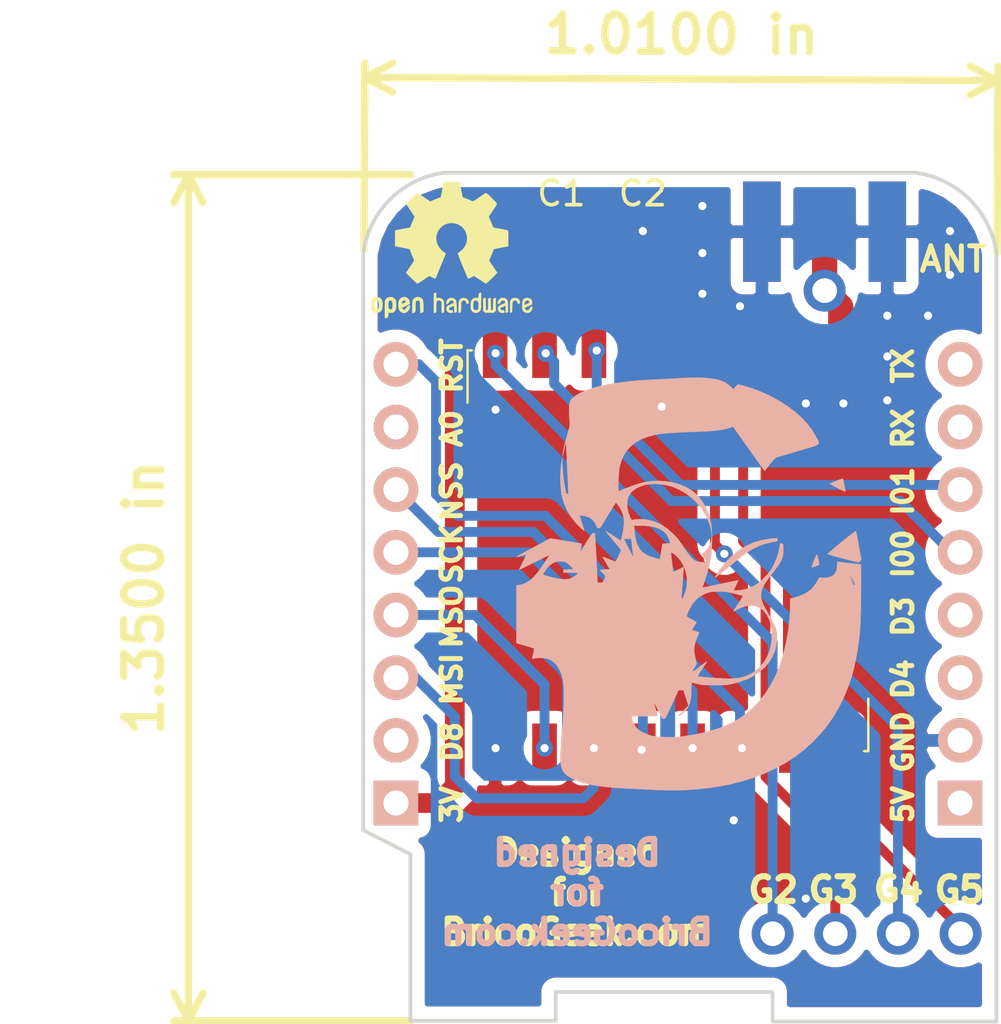
<source format=kicad_pcb>
(kicad_pcb (version 20171130) (host pcbnew "(5.1.9-0-10_14)")

  (general
    (thickness 1.6)
    (drawings 52)
    (tracks 96)
    (zones 0)
    (modules 10)
    (nets 22)
  )

  (page A4)
  (layers
    (0 F.Cu signal hide)
    (31 B.Cu signal hide)
    (32 B.Adhes user)
    (33 F.Adhes user)
    (34 B.Paste user)
    (35 F.Paste user)
    (36 B.SilkS user)
    (37 F.SilkS user)
    (38 B.Mask user)
    (39 F.Mask user)
    (40 Dwgs.User user)
    (41 Cmts.User user)
    (42 Eco1.User user)
    (43 Eco2.User user)
    (44 Edge.Cuts user)
    (45 Margin user)
    (46 B.CrtYd user)
    (47 F.CrtYd user)
    (48 B.Fab user)
    (49 F.Fab user)
  )

  (setup
    (last_trace_width 0.254)
    (user_trace_width 0.1524)
    (user_trace_width 0.2)
    (user_trace_width 0.3)
    (user_trace_width 0.4)
    (user_trace_width 0.5)
    (user_trace_width 0.6)
    (user_trace_width 0.8)
    (user_trace_width 1.016)
    (trace_clearance 0.254)
    (zone_clearance 0.508)
    (zone_45_only no)
    (trace_min 0.1524)
    (via_size 0.6858)
    (via_drill 0.3302)
    (via_min_size 0.6858)
    (via_min_drill 0.3302)
    (uvia_size 0.508)
    (uvia_drill 0.127)
    (uvias_allowed no)
    (uvia_min_size 0.2)
    (uvia_min_drill 0.1)
    (edge_width 0.18)
    (segment_width 0.15)
    (pcb_text_width 0.3)
    (pcb_text_size 1.5 1.5)
    (mod_edge_width 0.15)
    (mod_text_size 1 1)
    (mod_text_width 0.15)
    (pad_size 0.6 0.6)
    (pad_drill 0.3)
    (pad_to_mask_clearance 0.2)
    (aux_axis_origin 0 0)
    (visible_elements FFFFFF7F)
    (pcbplotparams
      (layerselection 0x010f0_ffffffff)
      (usegerberextensions true)
      (usegerberattributes false)
      (usegerberadvancedattributes false)
      (creategerberjobfile false)
      (excludeedgelayer true)
      (linewidth 0.100000)
      (plotframeref false)
      (viasonmask false)
      (mode 1)
      (useauxorigin false)
      (hpglpennumber 1)
      (hpglpenspeed 20)
      (hpglpendiameter 15.000000)
      (psnegative false)
      (psa4output false)
      (plotreference true)
      (plotvalue true)
      (plotinvisibletext false)
      (padsonsilk false)
      (subtractmaskfromsilk false)
      (outputformat 1)
      (mirror false)
      (drillshape 0)
      (scaleselection 1)
      (outputdirectory "/home/greynaga/Documentos/Proyectos/KiCad/LoRa/WeMos_Shield_003/Gerbers/"))
  )

  (net 0 "")
  (net 1 /+5V)
  (net 2 /GND)
  (net 3 /D4)
  (net 4 /D3)
  (net 5 /D2)
  (net 6 /D1)
  (net 7 /RX)
  (net 8 /TX)
  (net 9 /+3.3V)
  (net 10 /D8)
  (net 11 /D7)
  (net 12 /D6)
  (net 13 /D5)
  (net 14 /D0)
  (net 15 /A0)
  (net 16 /RST)
  (net 17 "Net-(A2-Pad1)")
  (net 18 /G2)
  (net 19 /G3)
  (net 20 /G4)
  (net 21 /G5)

  (net_class Default "This is the default net class."
    (clearance 0.254)
    (trace_width 0.254)
    (via_dia 0.6858)
    (via_drill 0.3302)
    (uvia_dia 0.508)
    (uvia_drill 0.127)
    (add_net /+3.3V)
    (add_net /+5V)
    (add_net /A0)
    (add_net /D0)
    (add_net /D1)
    (add_net /D2)
    (add_net /D3)
    (add_net /D4)
    (add_net /D5)
    (add_net /D6)
    (add_net /D7)
    (add_net /D8)
    (add_net /G2)
    (add_net /G3)
    (add_net /G4)
    (add_net /G5)
    (add_net /GND)
    (add_net /RST)
    (add_net /RX)
    (add_net /TX)
    (add_net "Net-(A2-Pad1)")
  )

  (net_class 0.2mm ""
    (clearance 0.2)
    (trace_width 0.2)
    (via_dia 0.6858)
    (via_drill 0.3302)
    (uvia_dia 0.508)
    (uvia_drill 0.127)
  )

  (net_class Minimal ""
    (clearance 0.1524)
    (trace_width 0.1524)
    (via_dia 0.6858)
    (via_drill 0.3302)
    (uvia_dia 0.508)
    (uvia_drill 0.127)
  )

  (module D1_mini:Logo_Silk (layer B.Cu) (tedit 0) (tstamp 61450C0A)
    (at 140.208 96.774 180)
    (fp_text reference Ref** (at 0 0) (layer B.SilkS) hide
      (effects (font (size 1.27 1.27) (thickness 0.15)) (justify mirror))
    )
    (fp_text value Val** (at 0 0) (layer B.SilkS) hide
      (effects (font (size 1.27 1.27) (thickness 0.15)) (justify mirror))
    )
    (fp_poly (pts (xy -6.171424 4.316126) (xy -6.129037 4.303899) (xy -6.061631 4.278824) (xy -5.962789 4.23949)
      (xy -5.937271 4.229218) (xy -5.840291 4.189195) (xy -5.759275 4.153922) (xy -5.701426 4.126677)
      (xy -5.673948 4.110734) (xy -5.672667 4.108861) (xy -5.690389 4.096322) (xy -5.738456 4.069026)
      (xy -5.809225 4.030891) (xy -5.895048 3.985835) (xy -5.988279 3.937774) (xy -6.081273 3.890627)
      (xy -6.166385 3.848312) (xy -6.235967 3.814744) (xy -6.282375 3.793843) (xy -6.29727 3.788833)
      (xy -6.307553 3.804892) (xy -6.307667 3.80767) (xy -6.303711 3.83424) (xy -6.293202 3.891921)
      (xy -6.278179 3.970372) (xy -6.26068 4.059254) (xy -6.242744 4.148224) (xy -6.22641 4.226943)
      (xy -6.213716 4.285069) (xy -6.212609 4.289852) (xy -6.206795 4.30769) (xy -6.195205 4.316919)
      (xy -6.171424 4.316126)) (layer B.SilkS) (width 0.01))
    (fp_poly (pts (xy -6.701949 2.179488) (xy -6.662951 2.155902) (xy -6.605304 2.115125) (xy -6.526224 2.055111)
      (xy -6.422927 1.973812) (xy -6.292628 1.86918) (xy -6.145051 1.749362) (xy -6.011309 1.639721)
      (xy -5.888872 1.538047) (xy -5.781432 1.447505) (xy -5.692678 1.371262) (xy -5.6263 1.312482)
      (xy -5.585989 1.27433) (xy -5.574995 1.260377) (xy -5.595544 1.251637) (xy -5.651074 1.23428)
      (xy -5.735486 1.209906) (xy -5.842678 1.180114) (xy -5.966551 1.146503) (xy -6.101003 1.110672)
      (xy -6.239934 1.074222) (xy -6.377244 1.03875) (xy -6.506831 1.005856) (xy -6.622596 0.97714)
      (xy -6.718439 0.9542) (xy -6.788257 0.938636) (xy -6.825952 0.932048) (xy -6.827852 0.93194)
      (xy -6.856715 0.945681) (xy -6.896211 0.979918) (xy -6.89955 0.983416) (xy -6.948479 1.035498)
      (xy -6.849164 1.591958) (xy -6.82214 1.741644) (xy -6.796806 1.878719) (xy -6.774291 1.997319)
      (xy -6.755728 2.091579) (xy -6.742247 2.155636) (xy -6.735133 2.183279) (xy -6.725081 2.187931)
      (xy -6.701949 2.179488)) (layer B.SilkS) (width 0.01))
    (fp_poly (pts (xy -5.129185 1.230547) (xy -5.105505 1.181686) (xy -5.074208 1.111246) (xy -5.039009 1.028223)
      (xy -5.003618 0.941614) (xy -4.97175 0.860413) (xy -4.947117 0.793617) (xy -4.933431 0.750223)
      (xy -4.931833 0.740726) (xy -4.934275 0.727338) (xy -4.946938 0.7232) (xy -4.97783 0.729702)
      (xy -5.03496 0.748233) (xy -5.094388 0.768944) (xy -5.163721 0.794686) (xy -5.216302 0.816754)
      (xy -5.239542 0.829542) (xy -5.240974 0.854583) (xy -5.233393 0.908753) (xy -5.219302 0.981337)
      (xy -5.201205 1.061624) (xy -5.181607 1.138898) (xy -5.163012 1.202446) (xy -5.147924 1.241555)
      (xy -5.141536 1.248833) (xy -5.129185 1.230547)) (layer B.SilkS) (width 0.01))
    (fp_poly (pts (xy -3.426588 1.900966) (xy -3.332369 1.892041) (xy -3.234039 1.881575) (xy -2.898766 1.825092)
      (xy -2.579893 1.72969) (xy -2.277835 1.595646) (xy -1.993002 1.423238) (xy -1.725807 1.212744)
      (xy -1.476663 0.964442) (xy -1.245981 0.67861) (xy -1.078274 0.428401) (xy -1.043734 0.368919)
      (xy -1.022442 0.325003) (xy -1.018817 0.307628) (xy -1.038439 0.315599) (xy -1.08353 0.344713)
      (xy -1.146395 0.389798) (xy -1.189134 0.422124) (xy -1.253857 0.473022) (xy -1.34358 0.545059)
      (xy -1.450858 0.632179) (xy -1.568246 0.728326) (xy -1.6883 0.827446) (xy -1.728055 0.86046)
      (xy -1.89237 0.996117) (xy -2.030931 1.107985) (xy -2.149609 1.200414) (xy -2.254275 1.277756)
      (xy -2.350802 1.344361) (xy -2.445059 1.404582) (xy -2.533111 1.457097) (xy -2.790105 1.584521)
      (xy -3.07085 1.684304) (xy -3.364142 1.752683) (xy -3.455458 1.766862) (xy -3.516153 1.777264)
      (xy -3.545744 1.792202) (xy -3.555288 1.820029) (xy -3.556 1.842797) (xy -3.554966 1.870631)
      (xy -3.54772 1.889616) (xy -3.528051 1.900502) (xy -3.489744 1.904035) (xy -3.426588 1.900966)) (layer B.SilkS) (width 0.01))
    (fp_poly (pts (xy 0.029933 8.406455) (xy 0.0635 8.40467) (xy 0.20743 8.396836) (xy 0.378717 8.387758)
      (xy 0.562432 8.378212) (xy 0.743647 8.368974) (xy 0.889 8.361727) (xy 1.177805 8.34732)
      (xy 1.428492 8.334351) (xy 1.645244 8.322556) (xy 1.83224 8.311675) (xy 1.993663 8.301445)
      (xy 2.133694 8.291605) (xy 2.256514 8.281891) (xy 2.366306 8.272044) (xy 2.442806 8.264392)
      (xy 2.882355 8.210782) (xy 3.281402 8.146132) (xy 3.639881 8.07046) (xy 3.957729 7.983784)
      (xy 4.234881 7.886123) (xy 4.471273 7.777493) (xy 4.666841 7.657913) (xy 4.691255 7.640077)
      (xy 4.754488 7.588754) (xy 4.804308 7.536358) (xy 4.841898 7.477499) (xy 4.868442 7.406788)
      (xy 4.885125 7.318836) (xy 4.893131 7.208252) (xy 4.893644 7.069647) (xy 4.887848 6.897631)
      (xy 4.881685 6.773333) (xy 4.865329 6.466417) (xy 4.943464 6.19125) (xy 5.002221 5.982229)
      (xy 5.049529 5.80881) (xy 5.086536 5.666177) (xy 5.114388 5.549517) (xy 5.134232 5.454014)
      (xy 5.147215 5.374854) (xy 5.154482 5.307222) (xy 5.154702 5.304248) (xy 5.158115 5.25013)
      (xy 5.157966 5.223663) (xy 5.153253 5.227605) (xy 5.142972 5.26471) (xy 5.126118 5.337735)
      (xy 5.101689 5.449437) (xy 5.101477 5.450417) (xy 5.073037 5.58103) (xy 5.052102 5.673928)
      (xy 5.037439 5.732817) (xy 5.027812 5.761404) (xy 5.021988 5.763393) (xy 5.018733 5.742492)
      (xy 5.01688 5.704417) (xy 5.015255 5.66602) (xy 5.011789 5.590055) (xy 5.006707 5.481237)
      (xy 5.000233 5.344283) (xy 4.99259 5.183905) (xy 4.984001 5.004821) (xy 4.974691 4.811745)
      (xy 4.967435 4.661958) (xy 4.920952 3.704167) (xy 4.96608 3.704167) (xy 4.982194 3.70414)
      (xy 4.994902 3.70752) (xy 5.005686 3.719501) (xy 5.016024 3.745275) (xy 5.027397 3.790035)
      (xy 5.041284 3.858973) (xy 5.059166 3.957282) (xy 5.082524 4.090156) (xy 5.09277 4.148667)
      (xy 5.133793 4.444987) (xy 5.157133 4.758781) (xy 5.15876 4.799925) (xy 5.163231 4.91463)
      (xy 5.16782 5.012302) (xy 5.172142 5.086104) (xy 5.175813 5.129199) (xy 5.177782 5.13744)
      (xy 5.182713 5.115093) (xy 5.191467 5.058598) (xy 5.202916 4.975852) (xy 5.215929 4.874749)
      (xy 5.21948 4.846015) (xy 5.235785 4.669277) (xy 5.244542 4.474974) (xy 5.246007 4.273338)
      (xy 5.24043 4.074604) (xy 5.228064 3.889005) (xy 5.209162 3.726776) (xy 5.189226 3.6195)
      (xy 5.096294 3.306508) (xy 4.968082 3.016678) (xy 4.803767 2.748579) (xy 4.602523 2.500776)
      (xy 4.467204 2.364516) (xy 4.396861 2.300109) (xy 4.338082 2.249316) (xy 4.297349 2.217536)
      (xy 4.281382 2.209729) (xy 4.284176 2.232269) (xy 4.298618 2.287598) (xy 4.322607 2.368461)
      (xy 4.354043 2.46761) (xy 4.370917 2.518833) (xy 4.405223 2.62399) (xy 4.433236 2.714152)
      (xy 4.452824 2.782107) (xy 4.461856 2.820643) (xy 4.461833 2.826556) (xy 4.432993 2.830914)
      (xy 4.375013 2.824473) (xy 4.29895 2.809717) (xy 4.21586 2.789131) (xy 4.1368 2.765198)
      (xy 4.072824 2.740404) (xy 4.06775 2.738006) (xy 3.950576 2.658689) (xy 3.858273 2.545735)
      (xy 3.793943 2.409127) (xy 3.769633 2.348333) (xy 3.74644 2.318127) (xy 3.714267 2.308274)
      (xy 3.693907 2.307756) (xy 3.674312 2.309567) (xy 3.655232 2.317247) (xy 3.633841 2.334746)
      (xy 3.607311 2.36601) (xy 3.572818 2.41499) (xy 3.527535 2.485633) (xy 3.468637 2.581887)
      (xy 3.393297 2.707702) (xy 3.323167 2.82575) (xy 3.243634 2.958981) (xy 3.170703 3.079539)
      (xy 3.107232 3.182828) (xy 3.056081 3.264249) (xy 3.020108 3.319204) (xy 3.002173 3.343096)
      (xy 3.001061 3.343744) (xy 2.977528 3.327319) (xy 2.939314 3.282807) (xy 2.892523 3.219004)
      (xy 2.843254 3.144704) (xy 2.79761 3.068701) (xy 2.761693 2.999791) (xy 2.76024 2.996641)
      (xy 2.70792 2.852425) (xy 2.678682 2.695373) (xy 2.672479 2.520306) (xy 2.689265 2.322045)
      (xy 2.728993 2.09541) (xy 2.751238 1.995905) (xy 2.797082 1.80106) (xy 3.102583 2.004599)
      (xy 3.202492 2.0703) (xy 3.289802 2.126075) (xy 3.358661 2.16832) (xy 3.403217 2.193429)
      (xy 3.417566 2.198657) (xy 3.407134 2.18062) (xy 3.372708 2.135201) (xy 3.318018 2.067009)
      (xy 3.246796 1.98065) (xy 3.162772 1.880735) (xy 3.110634 1.819546) (xy 3.020107 1.712387)
      (xy 2.939672 1.614485) (xy 2.873244 1.530824) (xy 2.824735 1.46639) (xy 2.79806 1.426169)
      (xy 2.79411 1.41629) (xy 2.802471 1.388011) (xy 2.824768 1.332954) (xy 2.856704 1.260274)
      (xy 2.893982 1.179129) (xy 2.932305 1.098676) (xy 2.967378 1.02807) (xy 2.994904 0.976468)
      (xy 3.010585 0.953026) (xy 3.01174 0.9525) (xy 3.032992 0.959987) (xy 3.085937 0.980476)
      (xy 3.163061 1.011013) (xy 3.256847 1.048643) (xy 3.276977 1.056774) (xy 3.372228 1.094275)
      (xy 3.451592 1.123584) (xy 3.507869 1.142188) (xy 3.53386 1.147576) (xy 3.534798 1.146732)
      (xy 3.524451 1.124263) (xy 3.496132 1.07276) (xy 3.453886 0.999345) (xy 3.401756 0.911143)
      (xy 3.388485 0.889) (xy 3.242207 0.645583) (xy 3.441437 0.639525) (xy 3.527409 0.635344)
      (xy 3.59474 0.629088) (xy 3.634192 0.621776) (xy 3.640667 0.617563) (xy 3.626635 0.595853)
      (xy 3.58975 0.553832) (xy 3.537826 0.500371) (xy 3.534833 0.497417) (xy 3.481963 0.440928)
      (xy 3.444089 0.392036) (xy 3.429214 0.361107) (xy 3.429207 0.360629) (xy 3.437858 0.324437)
      (xy 3.459948 0.265327) (xy 3.48115 0.216958) (xy 3.532886 0.105833) (xy 3.639693 0.105833)
      (xy 3.702688 0.107045) (xy 3.734192 0.115353) (xy 3.745049 0.137764) (xy 3.746134 0.174625)
      (xy 3.747087 0.219005) (xy 3.750026 0.298283) (xy 3.754676 0.407095) (xy 3.757852 0.476556)
      (xy 4.544013 0.476556) (xy 4.560844 0.449915) (xy 4.607792 0.411464) (xy 4.668417 0.368672)
      (xy 4.76925 0.308515) (xy 4.873317 0.2673) (xy 4.986609 0.24479) (xy 5.115118 0.240749)
      (xy 5.264834 0.25494) (xy 5.441748 0.287125) (xy 5.62711 0.330758) (xy 5.736789 0.359955)
      (xy 5.830325 0.387579) (xy 5.900731 0.411348) (xy 5.941019 0.428977) (xy 5.947833 0.435532)
      (xy 5.934921 0.472862) (xy 5.900788 0.532141) (xy 5.852336 0.603677) (xy 5.796471 0.677778)
      (xy 5.740096 0.744753) (xy 5.694722 0.790843) (xy 5.574965 0.881544) (xy 5.452339 0.936368)
      (xy 5.313509 0.960459) (xy 5.249333 0.962646) (xy 5.158567 0.960408) (xy 5.093287 0.950612)
      (xy 5.036819 0.929534) (xy 4.992135 0.90521) (xy 4.921656 0.85538) (xy 4.84653 0.789657)
      (xy 4.804815 0.74646) (xy 4.715943 0.645583) (xy 5.122333 0.633467) (xy 5.122333 0.508)
      (xy 4.826664 0.508) (xy 4.698623 0.507109) (xy 4.610462 0.503004) (xy 4.559738 0.493536)
      (xy 4.544013 0.476556) (xy 3.757852 0.476556) (xy 3.760758 0.540076) (xy 3.767998 0.69186)
      (xy 3.776117 0.857082) (xy 3.784838 1.030377) (xy 3.793885 1.20638) (xy 3.802982 1.379727)
      (xy 3.81185 1.545051) (xy 3.820213 1.696989) (xy 3.827795 1.830174) (xy 3.834318 1.939242)
      (xy 3.839505 2.018827) (xy 3.84308 2.063566) (xy 3.843971 2.070377) (xy 3.860628 2.106142)
      (xy 3.898828 2.113807) (xy 3.910727 2.11271) (xy 3.932981 2.105939) (xy 3.957799 2.087795)
      (xy 3.98859 2.053805) (xy 4.028765 1.999497) (xy 4.081733 1.9204) (xy 4.150906 1.812043)
      (xy 4.200995 1.732104) (xy 4.270805 1.620909) (xy 4.332831 1.523423) (xy 4.383708 1.444824)
      (xy 4.420073 1.390292) (xy 4.438561 1.365006) (xy 4.440128 1.363906) (xy 4.43837 1.385703)
      (xy 4.428391 1.437894) (xy 4.412263 1.509812) (xy 4.409722 1.520472) (xy 4.393432 1.594931)
      (xy 4.383929 1.651888) (xy 4.383007 1.68031) (xy 4.383602 1.681324) (xy 4.406229 1.68721)
      (xy 4.465428 1.699024) (xy 4.555997 1.715827) (xy 4.672733 1.736682) (xy 4.810437 1.76065)
      (xy 4.963905 1.786791) (xy 5.023434 1.796791) (xy 5.653199 1.90219) (xy 6.292641 1.557606)
      (xy 6.445464 1.475267) (xy 6.588084 1.398451) (xy 6.715794 1.329694) (xy 6.823886 1.271527)
      (xy 6.907652 1.226486) (xy 6.962383 1.197103) (xy 6.981521 1.186879) (xy 7.01883 1.16308)
      (xy 7.017053 1.152253) (xy 6.977408 1.15442) (xy 6.901114 1.169604) (xy 6.841049 1.184257)
      (xy 6.759692 1.204356) (xy 6.693293 1.219517) (xy 6.653159 1.2272) (xy 6.647957 1.227667)
      (xy 6.648994 1.209931) (xy 6.66683 1.160948) (xy 6.698782 1.087058) (xy 6.742169 0.994599)
      (xy 6.773192 0.931616) (xy 6.823956 0.829617) (xy 6.867237 0.741386) (xy 6.899796 0.673632)
      (xy 6.91839 0.633061) (xy 6.9215 0.624628) (xy 6.90334 0.631076) (xy 6.851819 0.654439)
      (xy 6.771378 0.692578) (xy 6.666457 0.743349) (xy 6.541496 0.804611) (xy 6.400935 0.874221)
      (xy 6.307667 0.92075) (xy 6.159627 0.994539) (xy 6.024432 1.061414) (xy 5.906523 1.11922)
      (xy 5.810343 1.165799) (xy 5.740334 1.198994) (xy 5.700937 1.216647) (xy 5.693833 1.21884)
      (xy 5.705018 1.199311) (xy 5.736232 1.15001) (xy 5.783963 1.076346) (xy 5.8447 0.98373)
      (xy 5.91493 0.877575) (xy 5.930838 0.853644) (xy 6.070425 0.651657) (xy 6.197657 0.484959)
      (xy 6.316206 0.349658) (xy 6.429741 0.241861) (xy 6.541936 0.157675) (xy 6.640774 0.100879)
      (xy 6.74027 0.057521) (xy 6.840312 0.024545) (xy 6.910649 0.009701) (xy 7.027333 -0.004878)
      (xy 7.027333 -2.347707) (xy 6.884458 -2.389646) (xy 6.796873 -2.41508) (xy 6.687749 -2.446379)
      (xy 6.576328 -2.478032) (xy 6.5405 -2.488133) (xy 6.452836 -2.513951) (xy 6.380426 -2.537449)
      (xy 6.333108 -2.55532) (xy 6.320803 -2.562012) (xy 6.317215 -2.58943) (xy 6.324025 -2.64854)
      (xy 6.33999 -2.730334) (xy 6.34986 -2.772267) (xy 6.36973 -2.85663) (xy 6.38377 -2.924041)
      (xy 6.390109 -2.965072) (xy 6.38964 -2.972974) (xy 6.366261 -2.973716) (xy 6.314198 -2.967479)
      (xy 6.265333 -2.959309) (xy 6.184492 -2.949801) (xy 6.083042 -2.945252) (xy 5.982519 -2.946608)
      (xy 5.979583 -2.946758) (xy 5.795847 -2.974665) (xy 5.633806 -3.038137) (xy 5.493167 -3.13748)
      (xy 5.373635 -3.273002) (xy 5.274914 -3.445009) (xy 5.196712 -3.653808) (xy 5.158314 -3.802267)
      (xy 5.144401 -3.868549) (xy 5.133586 -3.93118) (xy 5.125502 -3.996692) (xy 5.119781 -4.071619)
      (xy 5.116056 -4.162494) (xy 5.113957 -4.275849) (xy 5.113119 -4.418219) (xy 5.113172 -4.596135)
      (xy 5.113187 -4.60375) (xy 5.114679 -4.827106) (xy 5.118656 -5.022256) (xy 5.125809 -5.203292)
      (xy 5.136832 -5.384302) (xy 5.152415 -5.579378) (xy 5.170901 -5.7785) (xy 5.197939 -6.075738)
      (xy 5.219087 -6.348962) (xy 5.23423 -6.595286) (xy 5.243256 -6.811824) (xy 5.246047 -6.99569)
      (xy 5.24249 -7.143999) (xy 5.23247 -7.253864) (xy 5.230136 -7.268393) (xy 5.19406 -7.417754)
      (xy 5.139568 -7.539742) (xy 5.06072 -7.642055) (xy 4.951579 -7.732391) (xy 4.806206 -7.81845)
      (xy 4.805595 -7.818769) (xy 4.655448 -7.890484) (xy 4.49318 -7.954372) (xy 4.315589 -8.010973)
      (xy 4.119469 -8.060827) (xy 3.901619 -8.104474) (xy 3.658833 -8.142454) (xy 3.387909 -8.175306)
      (xy 3.085643 -8.203572) (xy 2.748832 -8.227791) (xy 2.374271 -8.248503) (xy 2.211917 -8.255981)
      (xy 2.040498 -8.263641) (xy 1.856514 -8.272141) (xy 1.672987 -8.280862) (xy 1.502939 -8.289182)
      (xy 1.359394 -8.296481) (xy 1.3335 -8.297844) (xy 1.141249 -8.305976) (xy 0.932302 -8.311254)
      (xy 0.719059 -8.313607) (xy 0.513921 -8.312961) (xy 0.329289 -8.309245) (xy 0.211667 -8.304396)
      (xy -0.297698 -8.268518) (xy -0.773982 -8.217005) (xy -1.223901 -8.148668) (xy -1.654168 -8.062315)
      (xy -2.071496 -7.956755) (xy -2.482599 -7.830797) (xy -2.510117 -7.821589) (xy -2.996881 -7.640475)
      (xy -3.450734 -7.435156) (xy -3.874664 -7.203857) (xy -4.271662 -6.944805) (xy -4.644717 -6.656225)
      (xy -4.971677 -6.360873) (xy -5.305605 -6.010876) (xy -5.602198 -5.644286) (xy -5.864617 -5.256854)
      (xy -6.089173 -4.85775) (xy -6.256463 -4.509341) (xy -6.402223 -4.158009) (xy -6.528002 -3.798006)
      (xy -6.635345 -3.423587) (xy -6.7258 -3.029004) (xy -6.800915 -2.608509) (xy -6.862235 -2.156355)
      (xy -6.892488 -1.87325) (xy -6.899365 -1.784593) (xy -6.9059 -1.665896) (xy -6.912044 -1.521413)
      (xy -6.917746 -1.355401) (xy -6.922958 -1.172113) (xy -6.927632 -0.975805) (xy -6.931717 -0.770732)
      (xy -6.935166 -0.561148) (xy -6.937928 -0.351309) (xy -6.939956 -0.14547) (xy -6.94099 0.018864)
      (xy -6.689041 0.018864) (xy -6.684589 0.003483) (xy -6.669252 0) (xy -6.647015 0.008305)
      (xy -6.624907 0.037545) (xy -6.599405 0.094208) (xy -6.566988 0.18478) (xy -6.563796 0.194266)
      (xy -6.536561 0.277765) (xy -6.516217 0.344593) (xy -6.50541 0.385796) (xy -6.504626 0.394514)
      (xy -6.515819 0.379352) (xy -6.541449 0.333672) (xy -6.577419 0.265019) (xy -6.610082 0.200249)
      (xy -6.653672 0.110867) (xy -6.679363 0.052532) (xy -6.689041 0.018864) (xy -6.94099 0.018864)
      (xy -6.9412 0.052115) (xy -6.941611 0.237191) (xy -6.94114 0.405502) (xy -6.94087 0.433917)
      (xy -6.498167 0.433917) (xy -6.487583 0.423333) (xy -6.477 0.433917) (xy -6.487583 0.4445)
      (xy -6.498167 0.433917) (xy -6.94087 0.433917) (xy -6.939739 0.552793) (xy -6.937357 0.67481)
      (xy -6.933946 0.767298) (xy -6.929458 0.826002) (xy -6.923843 0.846666) (xy -6.923809 0.846667)
      (xy -6.895361 0.848951) (xy -6.8328 0.855216) (xy -6.744067 0.864582) (xy -6.637104 0.876166)
      (xy -6.519852 0.889089) (xy -6.400251 0.902468) (xy -6.286243 0.915424) (xy -6.185768 0.927075)
      (xy -6.106767 0.936541) (xy -6.06166 0.942315) (xy -5.974402 0.954284) (xy -5.965164 0.778264)
      (xy -5.945503 0.626126) (xy -5.902502 0.507354) (xy -5.833361 0.418298) (xy -5.735276 0.355308)
      (xy -5.610213 0.315741) (xy -5.521318 0.303874) (xy -5.419707 0.300497) (xy -5.36366 0.303255)
      (xy -5.291669 0.309101) (xy -5.250069 0.307035) (xy -5.227111 0.293173) (xy -5.211045 0.263633)
      (xy -5.205789 0.251077) (xy -5.158766 0.158735) (xy -5.091224 0.052413) (xy -5.013578 -0.052967)
      (xy -4.936242 -0.142485) (xy -4.919054 -0.159786) (xy -4.795919 -0.258279) (xy -4.640567 -0.349117)
      (xy -4.463008 -0.427668) (xy -4.27325 -0.489299) (xy -4.142869 -0.519082) (xy -4.064 -0.533878)
      (xy -4.064 -0.784369) (xy -4.056669 -1.063617) (xy -4.035253 -1.371611) (xy -4.000617 -1.697493)
      (xy -3.977267 -1.87325) (xy -3.891138 -2.365101) (xy -3.776711 -2.829406) (xy -3.634535 -3.265401)
      (xy -3.465156 -3.672317) (xy -3.269122 -4.04939) (xy -3.046981 -4.395853) (xy -2.799279 -4.71094)
      (xy -2.526564 -4.993884) (xy -2.229384 -5.243918) (xy -1.908286 -5.460278) (xy -1.563817 -5.642196)
      (xy -1.196526 -5.788907) (xy -1.17475 -5.796247) (xy -0.830245 -5.900653) (xy -0.464509 -5.992223)
      (xy -0.093752 -6.067449) (xy 0.26582 -6.122823) (xy 0.411096 -6.139468) (xy 0.576621 -6.151731)
      (xy 0.757343 -6.157344) (xy 0.943725 -6.156653) (xy 1.126231 -6.150009) (xy 1.295323 -6.137759)
      (xy 1.441466 -6.12025) (xy 1.555122 -6.097833) (xy 1.55575 -6.097667) (xy 1.713513 -6.047665)
      (xy 1.865317 -5.984146) (xy 1.99928 -5.912751) (xy 2.103521 -5.839123) (xy 2.107568 -5.835634)
      (xy 2.184608 -5.750844) (xy 2.255099 -5.642052) (xy 2.31016 -5.525383) (xy 2.34091 -5.41696)
      (xy 2.341909 -5.410195) (xy 2.355254 -5.312833) (xy 1.833794 -5.312833) (xy 1.648126 -5.312004)
      (xy 1.50397 -5.309493) (xy 1.400535 -5.305266) (xy 1.33703 -5.299291) (xy 1.312667 -5.291531)
      (xy 1.312333 -5.290371) (xy 1.317918 -5.262426) (xy 1.33316 -5.202432) (xy 1.355791 -5.11896)
      (xy 1.383542 -5.020581) (xy 1.386172 -5.011432) (xy 1.413629 -4.914061) (xy 1.435484 -4.832696)
      (xy 1.449696 -4.775226) (xy 1.454226 -4.749539) (xy 1.454025 -4.748969) (xy 1.4432 -4.764979)
      (xy 1.416798 -4.813107) (xy 1.3779 -4.887468) (xy 1.329587 -4.98218) (xy 1.279701 -5.081776)
      (xy 1.219424 -5.202571) (xy 1.174306 -5.290473) (xy 1.140809 -5.350571) (xy 1.115396 -5.387952)
      (xy 1.094531 -5.407706) (xy 1.074675 -5.414921) (xy 1.052292 -5.414685) (xy 1.048532 -5.414325)
      (xy 1.029976 -5.411093) (xy 1.01262 -5.402613) (xy 0.994169 -5.384774) (xy 0.972326 -5.353466)
      (xy 0.944796 -5.304578) (xy 0.909281 -5.233998) (xy 0.863487 -5.137616) (xy 0.805116 -5.01132)
      (xy 0.731873 -4.850999) (xy 0.722893 -4.831292) (xy 0.667438 -4.709583) (xy 1.4605 -4.709583)
      (xy 1.471083 -4.720167) (xy 1.481667 -4.709583) (xy 1.471083 -4.699) (xy 1.4605 -4.709583)
      (xy 0.667438 -4.709583) (xy 0.460084 -4.2545) (xy 0.263491 -4.2545) (xy 0.058815 -4.873456)
      (xy 0.262241 -5.077648) (xy 0.336582 -5.153297) (xy 0.398743 -5.218511) (xy 0.443239 -5.267384)
      (xy 0.464584 -5.294012) (xy 0.465667 -5.296623) (xy 0.451174 -5.300094) (xy 0.412959 -5.280921)
      (xy 0.358914 -5.244611) (xy 0.296935 -5.19667) (xy 0.234915 -5.142606) (xy 0.208713 -5.117364)
      (xy 0.117975 -5.013171) (xy 0.047985 -4.899882) (xy -0.003188 -4.77116) (xy -0.037477 -4.62067)
      (xy -0.056813 -4.442078) (xy -0.063127 -4.229048) (xy -0.063133 -4.225777) (xy -0.063655 -4.109296)
      (xy -0.065428 -4.029031) (xy -0.069273 -3.978864) (xy -0.076013 -3.95268) (xy -0.086468 -3.944363)
      (xy -0.100542 -3.947421) (xy -0.136599 -3.958357) (xy -0.202837 -3.975383) (xy -0.288051 -3.995686)
      (xy -0.338667 -4.007169) (xy -0.413914 -4.022634) (xy -0.486933 -4.034165) (xy -0.565822 -4.042305)
      (xy -0.658678 -4.047599) (xy -0.773599 -4.050591) (xy -0.918681 -4.051823) (xy -1.005417 -4.051949)
      (xy -1.167331 -4.051426) (xy -1.29533 -4.049476) (xy -1.397823 -4.045511) (xy -1.483219 -4.038942)
      (xy -1.559928 -4.02918) (xy -1.63636 -4.015637) (xy -1.693333 -4.003779) (xy -2.018515 -3.919182)
      (xy -2.309774 -3.812993) (xy -2.570574 -3.683485) (xy -2.804377 -3.52893) (xy -3.014645 -3.3476)
      (xy -3.021363 -3.341001) (xy -3.199273 -3.138556) (xy -3.33849 -2.919769) (xy -3.439693 -2.683124)
      (xy -3.503562 -2.427104) (xy -3.527966 -2.211917) (xy -3.530838 -2.12581) (xy -3.317195 -2.12581)
      (xy -3.316637 -2.137833) (xy -3.294713 -2.370336) (xy -3.25055 -2.580264) (xy -3.180177 -2.78323)
      (xy -3.117423 -2.921) (xy -3.010267 -3.100334) (xy -2.873403 -3.270702) (xy -2.716115 -3.422533)
      (xy -2.547686 -3.546257) (xy -2.465917 -3.592692) (xy -2.338882 -3.652282) (xy -2.210874 -3.700129)
      (xy -2.07683 -3.736716) (xy -1.931687 -3.762526) (xy -1.770381 -3.778042) (xy -1.587851 -3.783746)
      (xy -1.379033 -3.780121) (xy -1.138864 -3.76765) (xy -0.862281 -3.746815) (xy -0.855318 -3.74623)
      (xy -0.712544 -3.734091) (xy -0.583342 -3.722878) (xy -0.473852 -3.713142) (xy -0.390214 -3.705435)
      (xy -0.338568 -3.700308) (xy -0.324986 -3.698605) (xy -0.328124 -3.680395) (xy -0.351917 -3.633021)
      (xy -0.393057 -3.562219) (xy -0.44824 -3.473725) (xy -0.502254 -3.391074) (xy -0.567677 -3.291785)
      (xy -0.623304 -3.205278) (xy -0.665485 -3.137399) (xy -0.690573 -3.093998) (xy -0.695852 -3.080797)
      (xy -0.677551 -3.090662) (xy -0.632134 -3.122941) (xy -0.565331 -3.173344) (xy -0.482875 -3.23758)
      (xy -0.426039 -3.282765) (xy -0.305209 -3.377423) (xy -0.214397 -3.443463) (xy -0.152651 -3.481126)
      (xy -0.119016 -3.490652) (xy -0.112539 -3.472283) (xy -0.132265 -3.426258) (xy -0.177242 -3.352818)
      (xy -0.183024 -3.344077) (xy -0.281719 -3.195653) (xy -0.237076 -3.010702) (xy -0.203308 -2.858276)
      (xy -0.182613 -2.726311) (xy -0.176065 -2.606308) (xy -0.184739 -2.489767) (xy -0.20971 -2.368188)
      (xy -0.252053 -2.233071) (xy -0.312843 -2.075919) (xy -0.373285 -1.933657) (xy -0.360169 -1.914325)
      (xy -0.311336 -1.888662) (xy -0.239546 -1.861994) (xy -0.167861 -1.837963) (xy -0.113956 -1.818987)
      (xy -0.088588 -1.808865) (xy -0.088062 -1.80851) (xy -0.095511 -1.789483) (xy -0.121803 -1.74485)
      (xy -0.161529 -1.683705) (xy -0.16794 -1.674219) (xy -0.212494 -1.606822) (xy -0.247754 -1.550194)
      (xy -0.266526 -1.51592) (xy -0.267033 -1.514666) (xy -0.261079 -1.49387) (xy -0.226942 -1.465297)
      (xy -0.16071 -1.426248) (xy -0.074537 -1.381953) (xy 0.015465 -1.336832) (xy 0.073701 -1.304913)
      (xy 0.106439 -1.280811) (xy 0.119947 -1.259143) (xy 0.120494 -1.234522) (xy 0.117406 -1.217083)
      (xy 0.102882 -1.171219) (xy 0.073968 -1.099146) (xy 0.035463 -1.012394) (xy 0.008738 -0.956006)
      (xy -0.111289 -0.753287) (xy -0.258064 -0.582433) (xy -0.429976 -0.444789) (xy -0.625419 -0.341699)
      (xy -0.792906 -0.286207) (xy -0.899955 -0.267707) (xy -1.035853 -0.25733) (xy -1.187905 -0.255057)
      (xy -1.343417 -0.260873) (xy -1.489693 -0.274761) (xy -1.569287 -0.287249) (xy -1.652514 -0.304429)
      (xy -1.751069 -0.327115) (xy -1.855486 -0.352839) (xy -1.956296 -0.379133) (xy -2.044033 -0.403529)
      (xy -2.109231 -0.423559) (xy -2.142172 -0.436598) (xy -2.136478 -0.456557) (xy -2.110385 -0.505362)
      (xy -2.067471 -0.57697) (xy -2.011312 -0.665337) (xy -1.967119 -0.732313) (xy -1.901635 -0.830955)
      (xy -1.844268 -0.918881) (xy -1.799313 -0.989387) (xy -1.771065 -1.035772) (xy -1.76377 -1.049621)
      (xy -1.772903 -1.057463) (xy -1.812969 -1.04241) (xy -1.877789 -1.007281) (xy -2.07516 -0.909142)
      (xy -2.266691 -0.848413) (xy -2.449712 -0.825023) (xy -2.621553 -0.838904) (xy -2.779545 -0.889986)
      (xy -2.921018 -0.978201) (xy -2.9845 -1.03598) (xy -3.11398 -1.198604) (xy -3.212135 -1.389381)
      (xy -3.278819 -1.607828) (xy -3.313888 -1.853465) (xy -3.317195 -2.12581) (xy -3.530838 -2.12581)
      (xy -3.532167 -2.085992) (xy -3.527222 -1.972494) (xy -3.510915 -1.864389) (xy -3.481028 -1.754647)
      (xy -3.435344 -1.636234) (xy -3.371647 -1.50212) (xy -3.287718 -1.345272) (xy -3.21334 -1.214007)
      (xy -3.124406 -1.057865) (xy -3.054851 -0.931408) (xy -3.001749 -0.828336) (xy -2.962176 -0.742352)
      (xy -2.933207 -0.667159) (xy -2.911917 -0.596457) (xy -2.897338 -0.533569) (xy -2.884016 -0.408483)
      (xy -2.896551 -0.27968) (xy -2.936549 -0.143337) (xy -3.005615 0.004365) (xy -3.105354 0.167247)
      (xy -3.237373 0.349129) (xy -3.303487 0.432918) (xy -3.438337 0.603544) (xy -3.546697 0.749048)
      (xy -3.631276 0.874961) (xy -3.694781 0.986815) (xy -3.739921 1.090142) (xy -3.769403 1.190472)
      (xy -3.785934 1.293337) (xy -3.792224 1.404268) (xy -3.792508 1.431867) (xy -3.791076 1.542384)
      (xy -3.784484 1.617227) (xy -3.770559 1.662948) (xy -3.747125 1.686101) (xy -3.712009 1.693239)
      (xy -3.705756 1.693333) (xy -3.672239 1.690555) (xy -3.652984 1.675483) (xy -3.642009 1.638015)
      (xy -3.633716 1.571625) (xy -3.595405 1.355352) (xy -3.526969 1.125223) (xy -3.432366 0.89249)
      (xy -3.316579 0.670157) (xy -3.252918 0.576665) (xy -3.165006 0.468478) (xy -3.06137 0.354296)
      (xy -2.950537 0.242819) (xy -2.841036 0.142746) (xy -2.741393 0.062778) (xy -2.683485 0.024244)
      (xy -2.480228 -0.078186) (xy -2.269307 -0.153636) (xy -2.061331 -0.198916) (xy -1.899708 -0.211299)
      (xy -1.834311 -0.209761) (xy -1.790132 -0.2054) (xy -1.778 -0.20066) (xy -1.786922 -0.178288)
      (xy -1.810988 -0.126711) (xy -1.846147 -0.054455) (xy -1.874571 0.00263) (xy -1.914249 0.083404)
      (xy -1.944659 0.148734) (xy -1.962071 0.190391) (xy -1.964529 0.20106) (xy -1.943045 0.198205)
      (xy -1.884945 0.187327) (xy -1.794985 0.169399) (xy -1.677914 0.145394) (xy -1.538486 0.116284)
      (xy -1.381453 0.083042) (xy -1.238302 0.052398) (xy -1.070177 0.016384) (xy -0.91573 -0.016401)
      (xy -0.779695 -0.044977) (xy -0.66681 -0.068361) (xy -0.581808 -0.085571) (xy -0.529427 -0.095624)
      (xy -0.514089 -0.097811) (xy -0.518928 -0.077317) (xy -0.535486 -0.024816) (xy -0.561192 0.051849)
      (xy -0.593478 0.144836) (xy -0.595012 0.149186) (xy -0.60118 0.168923) (xy 0.12148 0.168923)
      (xy 0.126912 0.003785) (xy 0.147045 -0.138291) (xy 0.185712 -0.275155) (xy 0.246742 -0.424661)
      (xy 0.250724 -0.433388) (xy 0.288015 -0.512173) (xy 0.312294 -0.55576) (xy 0.326519 -0.568159)
      (xy 0.333646 -0.553378) (xy 0.334541 -0.546996) (xy 0.33466 -0.511437) (xy 0.331643 -0.43998)
      (xy 0.325874 -0.338917) (xy 0.317737 -0.214537) (xy 0.307619 -0.07313) (xy 0.297499 0.05888)
      (xy 0.285701 0.210722) (xy 0.275118 0.351668) (xy 0.266205 0.475275) (xy 0.259417 0.575097)
      (xy 0.255209 0.64469) (xy 0.254 0.67539) (xy 0.254 0.741219) (xy 0.465667 0.635)
      (xy 0.559177 0.590294) (xy 0.628443 0.561803) (xy 0.668802 0.551279) (xy 0.677357 0.555432)
      (xy 0.679963 0.584763) (xy 0.687136 0.64817) (xy 0.697933 0.737758) (xy 0.711414 0.845631)
      (xy 0.719667 0.910167) (xy 0.734326 1.026897) (xy 0.746784 1.131793) (xy 0.756076 1.216295)
      (xy 0.761241 1.27184) (xy 0.761976 1.286419) (xy 0.759849 1.317065) (xy 0.745904 1.323254)
      (xy 0.708857 1.307066) (xy 0.693315 1.299069) (xy 0.60125 1.236257) (xy 0.503271 1.14359)
      (xy 0.408035 1.030958) (xy 0.324198 0.908252) (xy 0.278801 0.8255) (xy 0.201258 0.646704)
      (xy 0.151894 0.479048) (xy 0.12677 0.306095) (xy 0.12148 0.168923) (xy -0.60118 0.168923)
      (xy -0.71618 0.536859) (xy -0.81401 0.943449) (xy -0.851681 1.142363) (xy -0.872904 1.298101)
      (xy -0.888261 1.47848) (xy -0.897685 1.673546) (xy -0.901107 1.873343) (xy -0.899478 1.993108)
      (xy -0.886495 1.993108) (xy -0.867769 1.80645) (xy -0.812072 1.637397) (xy -0.719323 1.485052)
      (xy -0.605815 1.363034) (xy -0.480246 1.2494) (xy -0.577482 1.10317) (xy -0.620382 1.034562)
      (xy -0.649851 0.979344) (xy -0.661224 0.946601) (xy -0.660151 0.942215) (xy -0.628173 0.932932)
      (xy -0.566672 0.931092) (xy -0.48758 0.935562) (xy -0.402829 0.945209) (xy -0.324351 0.9589)
      (xy -0.264078 0.975501) (xy -0.250935 0.981072) (xy -0.183673 1.019172) (xy -0.118855 1.068466)
      (xy -0.05217 1.133782) (xy 0.020692 1.219945) (xy 0.104042 1.331784) (xy 0.202192 1.474126)
      (xy 0.240109 1.530946) (xy 0.332536 1.668394) (xy 0.379724 1.735278) (xy 0.807448 1.735278)
      (xy 0.821993 1.707168) (xy 0.866044 1.694587) (xy 0.944481 1.689498) (xy 0.957428 1.688969)
      (xy 1.110524 1.68275) (xy 1.161579 1.370542) (xy 1.180281 1.261627) (xy 1.19784 1.169262)
      (xy 1.212743 1.100697) (xy 1.223477 1.063183) (xy 1.226747 1.058333) (xy 1.252521 1.063361)
      (xy 1.308441 1.076713) (xy 1.383752 1.095794) (xy 1.406219 1.101645) (xy 1.609183 1.165868)
      (xy 1.628125 1.17475) (xy 2.293592 1.17475) (xy 2.299675 1.172924) (xy 2.32205 1.204472)
      (xy 2.358071 1.264904) (xy 2.405092 1.349731) (xy 2.460468 1.454467) (xy 2.474502 1.481667)
      (xy 2.533051 1.596325) (xy 2.584412 1.698178) (xy 2.625614 1.781231) (xy 2.653686 1.839486)
      (xy 2.665658 1.866946) (xy 2.665878 1.867958) (xy 2.647118 1.875875) (xy 2.596783 1.881563)
      (xy 2.525615 1.883831) (xy 2.522923 1.883833) (xy 2.378846 1.883833) (xy 2.340891 1.561042)
      (xy 2.326949 1.443501) (xy 2.31401 1.336275) (xy 2.303198 1.248557) (xy 2.295639 1.189541)
      (xy 2.293592 1.17475) (xy 1.628125 1.17475) (xy 1.778658 1.245335) (xy 1.917327 1.343593)
      (xy 2.027871 1.464186) (xy 2.112973 1.610658) (xy 2.175316 1.786554) (xy 2.217582 1.995419)
      (xy 2.239853 2.203229) (xy 2.255402 2.413) (xy 2.053743 2.412826) (xy 1.787951 2.404208)
      (xy 1.558839 2.378137) (xy 1.364057 2.333558) (xy 1.201256 2.269413) (xy 1.068085 2.184647)
      (xy 0.962195 2.078201) (xy 0.881236 1.949019) (xy 0.847354 1.87023) (xy 0.817529 1.786953)
      (xy 0.807448 1.735278) (xy 0.379724 1.735278) (xy 0.409914 1.778068) (xy 0.479063 1.86844)
      (xy 0.546803 1.947981) (xy 0.619954 2.025166) (xy 0.703788 2.106995) (xy 0.90135 2.279902)
      (xy 1.094347 2.416757) (xy 1.28996 2.522181) (xy 1.446424 2.584687) (xy 1.702495 2.653015)
      (xy 1.957356 2.680043) (xy 2.216738 2.666232) (xy 2.301159 2.653345) (xy 2.339217 2.649002)
      (xy 2.365112 2.657906) (xy 2.387802 2.688128) (xy 2.416247 2.747741) (xy 2.423116 2.763225)
      (xy 2.493677 2.959142) (xy 2.532854 3.15309) (xy 2.540024 3.338055) (xy 2.514566 3.507022)
      (xy 2.494634 3.56983) (xy 2.422943 3.702667) (xy 2.315281 3.820346) (xy 2.175968 3.920712)
      (xy 2.009321 4.001606) (xy 1.819657 4.060874) (xy 1.611295 4.096358) (xy 1.420686 4.106209)
      (xy 1.270234 4.098578) (xy 1.099479 4.077889) (xy 0.92651 4.047085) (xy 0.769418 4.009112)
      (xy 0.707841 3.990173) (xy 0.436978 3.877633) (xy 0.178525 3.727944) (xy -0.062645 3.545616)
      (xy -0.281659 3.335157) (xy -0.473644 3.101076) (xy -0.633725 2.847882) (xy -0.721634 2.667641)
      (xy -0.813348 2.422809) (xy -0.868328 2.198263) (xy -0.886495 1.993108) (xy -0.899478 1.993108)
      (xy -0.898459 2.067918) (xy -0.889673 2.247315) (xy -0.87468 2.401581) (xy -0.860898 2.487083)
      (xy -0.784129 2.796881) (xy -0.683787 3.072773) (xy -0.558699 3.316777) (xy -0.40769 3.530908)
      (xy -0.229587 3.717184) (xy -0.070703 3.844727) (xy 0.141133 3.972514) (xy 0.38146 4.07571)
      (xy 0.643619 4.153314) (xy 0.920951 4.204325) (xy 1.206796 4.227745) (xy 1.494495 4.222572)
      (xy 1.777389 4.187807) (xy 1.955121 4.148976) (xy 2.051035 4.122146) (xy 2.158751 4.088039)
      (xy 2.283357 4.04481) (xy 2.429946 3.990614) (xy 2.603608 3.923604) (xy 2.809435 3.841936)
      (xy 2.876691 3.814916) (xy 2.886919 3.816203) (xy 2.894038 3.832934) (xy 2.898265 3.870094)
      (xy 2.899815 3.932669) (xy 2.898905 4.025642) (xy 2.89575 4.154) (xy 2.893983 4.213921)
      (xy 2.887686 4.368838) (xy 2.878813 4.513535) (xy 2.86808 4.639011) (xy 2.856206 4.736267)
      (xy 2.849223 4.775527) (xy 2.777063 5.032845) (xy 2.676354 5.261954) (xy 2.546069 5.46371)
      (xy 2.38518 5.638969) (xy 2.192659 5.788589) (xy 1.96748 5.913424) (xy 1.708615 6.014333)
      (xy 1.415036 6.092171) (xy 1.227667 6.127211) (xy 1.145326 6.138734) (xy 1.042611 6.149747)
      (xy 0.916678 6.160416) (xy 0.764685 6.170911) (xy 0.583791 6.181401) (xy 0.371153 6.192053)
      (xy 0.123929 6.203037) (xy -0.160723 6.21452) (xy -0.391583 6.223235) (xy -0.654114 6.234888)
      (xy -0.87979 6.249463) (xy -1.074028 6.267644) (xy -1.242248 6.290115) (xy -1.389869 6.317564)
      (xy -1.52231 6.350673) (xy -1.606872 6.376908) (xy -1.751762 6.425503) (xy -2.383363 5.530502)
      (xy -2.50523 5.358129) (xy -2.619785 5.196712) (xy -2.724713 5.049471) (xy -2.817699 4.919625)
      (xy -2.896426 4.810395) (xy -2.958578 4.725001) (xy -3.001842 4.666664) (xy -3.0239 4.638603)
      (xy -3.026191 4.636531) (xy -3.042457 4.652637) (xy -3.080101 4.696449) (xy -3.134434 4.762317)
      (xy -3.200768 4.844589) (xy -3.245364 4.900722) (xy -3.328502 5.004397) (xy -3.391845 5.079018)
      (xy -3.440552 5.129724) (xy -3.479785 5.161655) (xy -3.514704 5.179951) (xy -3.531114 5.185307)
      (xy -3.568225 5.195933) (xy -3.641075 5.217156) (xy -3.744814 5.24755) (xy -3.87459 5.285687)
      (xy -4.025554 5.330143) (xy -4.192853 5.379491) (xy -4.371636 5.432305) (xy -4.423833 5.447739)
      (xy -4.633587 5.50925) (xy -4.806148 5.559697) (xy -4.944481 5.601422) (xy -5.051546 5.63677)
      (xy -5.130307 5.668083) (xy -5.183725 5.697706) (xy -5.214764 5.727982) (xy -5.226384 5.761254)
      (xy -5.221549 5.799866) (xy -5.20322 5.846161) (xy -5.17436 5.902484) (xy -5.137932 5.971176)
      (xy -5.122851 6.00075) (xy -4.967032 6.267883) (xy -4.771531 6.528076) (xy -4.538704 6.779353)
      (xy -4.270911 7.019741) (xy -3.970509 7.247265) (xy -3.639857 7.459952) (xy -3.281313 7.655825)
      (xy -2.973917 7.799994) (xy -2.820592 7.863902) (xy -2.655087 7.927598) (xy -2.487549 7.987583)
      (xy -2.328123 8.040357) (xy -2.186954 8.082418) (xy -2.074991 8.110103) (xy -1.947044 8.13653)
      (xy -1.852632 8.043872) (xy -1.758221 7.951214) (xy -1.644849 8.058436) (xy -1.534567 8.15026)
      (xy -1.413211 8.225276) (xy -1.275119 8.28535) (xy -1.114629 8.332348) (xy -0.926078 8.368133)
      (xy -0.703804 8.394571) (xy -0.597272 8.403468) (xy -0.301903 8.414613) (xy 0.029933 8.406455)) (layer B.SilkS) (width 0.01))
  )

  (module Cats_ArduinoShieldLoRa:SMA_EDGELAUNCH_UFL_WeMos_Lora (layer F.Cu) (tedit 5AFF1804) (tstamp 5B0A91CD)
    (at 145.669 80.4164 270)
    (path /5AFEED37)
    (fp_text reference A2 (at 0.762 -5.715) (layer F.Fab)
      (effects (font (size 0.9652 0.9652) (thickness 0.18288)) (justify right top))
    )
    (fp_text value ANT (at 0.381 4.445 180) (layer F.Fab)
      (effects (font (size 0.77216 0.77216) (thickness 0.077216)) (justify right top))
    )
    (fp_poly (pts (xy 0.9906 1.8018) (xy 3.1242 1.8018) (xy 3.1242 0.989) (xy 0.9906 0.989)) (layer F.Paste) (width 0))
    (fp_poly (pts (xy 0.889 1.8526) (xy 3.2258 1.8526) (xy 3.2258 0.9382) (xy 0.889 0.9382)) (layer F.Mask) (width 0))
    (fp_poly (pts (xy 0.9906 -0.989) (xy 3.1242 -0.989) (xy 3.1242 -1.8018) (xy 0.9906 -1.8018)) (layer F.Paste) (width 0))
    (fp_poly (pts (xy 0.889 -0.9382) (xy 3.2258 -0.9382) (xy 3.2258 -1.8526) (xy 0.889 -1.8526)) (layer F.Mask) (width 0))
    (fp_poly (pts (xy 3.2004 0.4826) (xy 3.9624 0.4826) (xy 3.9624 -0.4826) (xy 3.2004 -0.4826)) (layer F.Paste) (width 0))
    (fp_line (start 3.5574 2.1) (end 3.3574 2.1) (layer Dwgs.User) (width 0.2032))
    (fp_line (start 3.5574 0.7) (end 3.3574 0.7) (layer Dwgs.User) (width 0.2032))
    (fp_line (start 3.5574 -0.7) (end 3.3574 -0.7) (layer Dwgs.User) (width 0.2032))
    (fp_line (start 3.5574 -2.1) (end 3.3574 -2.1) (layer Dwgs.User) (width 0.2032))
    (fp_line (start 3.5574 2.1) (end 3.5574 0.7) (layer Dwgs.User) (width 0.2032))
    (fp_line (start 3.5574 -0.7) (end 3.5574 -2.1) (layer Dwgs.User) (width 0.2032))
    (fp_line (start 3.4574 2) (end 3.4574 0.7) (layer Dwgs.User) (width 0.2032))
    (fp_line (start 3.4574 -0.7) (end 3.4574 -2) (layer Dwgs.User) (width 0.2032))
    (fp_line (start 0.7574 2.1) (end 0.7574 0.7) (layer Dwgs.User) (width 0.2032))
    (fp_line (start 0.7574 -0.7) (end 0.7574 -2.1) (layer Dwgs.User) (width 0.2032))
    (fp_line (start 3.3574 2.1) (end 3.3574 0.7) (layer Dwgs.User) (width 0.2032))
    (fp_line (start 0.7574 2.1) (end 3.3574 2.1) (layer Dwgs.User) (width 0.2032))
    (fp_line (start 3.3574 -2.1) (end 0.7574 -2.1) (layer Dwgs.User) (width 0.2032))
    (fp_line (start 3.3574 -0.7) (end 3.3574 -2.1) (layer Dwgs.User) (width 0.2032))
    (fp_poly (pts (xy -1.905 -5.08) (xy -0.381 -5.08) (xy -0.381 5.08) (xy -1.905 5.08)) (layer Dwgs.User) (width 0))
    (fp_poly (pts (xy -1.905 -3.048) (xy 3.429 -3.048) (xy 3.429 -2.032) (xy -0.381 -2.032)
      (xy -0.381 2.032) (xy 3.429 2.032) (xy 3.429 3.048) (xy -1.905 3.048)) (layer Dwgs.User) (width 0))
    (fp_poly (pts (xy 0 0.3175) (xy 3.175 0.3175) (xy 3.175 -0.3175) (xy 0 -0.3175)) (layer Dwgs.User) (width 0))
    (fp_line (start -4.826 -3.175) (end -4.191 3.175) (layer Dwgs.User) (width 0.2032))
    (fp_line (start -5.461 -3.175) (end -4.826 3.175) (layer Dwgs.User) (width 0.2032))
    (fp_line (start -6.096 -3.175) (end -5.461 3.175) (layer Dwgs.User) (width 0.2032))
    (fp_line (start -6.731 -3.175) (end -6.096 3.175) (layer Dwgs.User) (width 0.2032))
    (fp_line (start -7.366 -3.175) (end -6.731 3.175) (layer Dwgs.User) (width 0.2032))
    (fp_line (start -8.001 -3.175) (end -7.366 3.175) (layer Dwgs.User) (width 0.2032))
    (fp_line (start -8.636 -3.175) (end -8.001 3.175) (layer Dwgs.User) (width 0.2032))
    (fp_line (start -8.636 -2.54) (end -8.636 2.54) (layer Dwgs.User) (width 0.2032))
    (fp_line (start -9.5885 2.54) (end -9.5885 -2.54) (layer Dwgs.User) (width 0.2032))
    (fp_line (start -8.636 2.54) (end -9.5885 2.54) (layer Dwgs.User) (width 0.2032))
    (fp_line (start -8.636 3.175) (end -8.636 2.54) (layer Dwgs.User) (width 0.2032))
    (fp_line (start -8.001 3.175) (end -8.636 3.175) (layer Dwgs.User) (width 0.2032))
    (fp_line (start -7.366 3.175) (end -8.001 3.175) (layer Dwgs.User) (width 0.2032))
    (fp_line (start -6.731 3.175) (end -7.366 3.175) (layer Dwgs.User) (width 0.2032))
    (fp_line (start -6.096 3.175) (end -6.731 3.175) (layer Dwgs.User) (width 0.2032))
    (fp_line (start -5.461 3.175) (end -6.096 3.175) (layer Dwgs.User) (width 0.2032))
    (fp_line (start -4.826 3.175) (end -5.461 3.175) (layer Dwgs.User) (width 0.2032))
    (fp_line (start -3.8735 3.175) (end -4.826 3.175) (layer Dwgs.User) (width 0.2032))
    (fp_line (start -3.8735 2.54) (end -3.8735 3.175) (layer Dwgs.User) (width 0.2032))
    (fp_line (start -1.9685 2.54) (end -3.8735 2.54) (layer Dwgs.User) (width 0.2032))
    (fp_line (start -1.9685 -2.54) (end -1.9685 2.54) (layer Dwgs.User) (width 0.2032))
    (fp_line (start -3.8735 -2.54) (end -1.9685 -2.54) (layer Dwgs.User) (width 0.2032))
    (fp_line (start -3.8735 -3.175) (end -3.8735 -2.54) (layer Dwgs.User) (width 0.2032))
    (fp_line (start -4.826 -3.175) (end -3.8735 -3.175) (layer Dwgs.User) (width 0.2032))
    (fp_line (start -5.461 -3.175) (end -4.826 -3.175) (layer Dwgs.User) (width 0.2032))
    (fp_line (start -6.096 -3.175) (end -5.461 -3.175) (layer Dwgs.User) (width 0.2032))
    (fp_line (start -6.731 -3.175) (end -6.096 -3.175) (layer Dwgs.User) (width 0.2032))
    (fp_line (start -7.366 -3.175) (end -6.731 -3.175) (layer Dwgs.User) (width 0.2032))
    (fp_line (start -8.001 -3.175) (end -7.366 -3.175) (layer Dwgs.User) (width 0.2032))
    (fp_line (start -8.636 -3.175) (end -8.001 -3.175) (layer Dwgs.User) (width 0.2032))
    (fp_line (start -8.636 -2.54) (end -8.636 -3.175) (layer Dwgs.User) (width 0.2032))
    (fp_line (start -9.5885 -2.54) (end -8.636 -2.54) (layer Dwgs.User) (width 0.2032))
    (pad 5 smd rect (at 2.032 2.54) (size 1.524 4.064) (layers B.Cu B.Paste B.Mask)
      (net 2 /GND))
    (pad 4 smd rect (at 2.032 -2.54) (size 1.524 4.064) (layers B.Cu B.Paste B.Mask)
      (net 2 /GND))
    (pad 1 smd rect (at 3.048 0) (size 1.016 2.032) (layers F.Cu F.Paste F.Mask)
      (net 17 "Net-(A2-Pad1)"))
    (pad 2 smd rect (at 2.032 2.54) (size 1.524 4.064) (layers F.Cu F.Paste F.Mask)
      (net 2 /GND))
    (pad 3 smd rect (at 2.032 -2.54) (size 1.524 4.064) (layers F.Cu F.Paste F.Mask)
      (net 2 /GND))
    (model ${KISYS3DMOD}/Connectors.3dshapes/SMA_EDGE.wrl
      (at (xyz 0 0 0))
      (scale (xyz 1 1 1))
      (rotate (xyz 0 0 0))
    )
  )

  (module D1_mini:D1_mini_Pin_Header (layer B.Cu) (tedit 5AFDEB9B) (tstamp 5766A936)
    (at 151.157671 105.600707)
    (descr "Through hole pin header")
    (tags "pin header")
    (path /5763EB78)
    (fp_text reference P1 (at -0.11 2.45) (layer B.SilkS) hide
      (effects (font (size 1 1) (thickness 0.15)) (justify mirror))
    )
    (fp_text value CONN_01X08 (at 0 3.1) (layer B.Fab) hide
      (effects (font (size 1 1) (thickness 0.15)) (justify mirror))
    )
    (fp_line (start -1.75 1.75) (end -1.75 -19.55) (layer B.CrtYd) (width 0.05))
    (fp_line (start 1.75 1.75) (end 1.75 -19.55) (layer B.CrtYd) (width 0.05))
    (fp_line (start -1.75 1.75) (end 1.75 1.75) (layer B.CrtYd) (width 0.05))
    (fp_line (start -1.75 -19.55) (end 1.75 -19.55) (layer B.CrtYd) (width 0.05))
    (pad 1 thru_hole rect (at 0 0) (size 1.8 1.8) (drill 1.016) (layers *.Cu *.Mask B.SilkS)
      (net 1 /+5V))
    (pad 2 thru_hole oval (at 0 -2.54) (size 1.8 1.8) (drill 1.016) (layers *.Cu *.Mask B.SilkS)
      (net 2 /GND))
    (pad 3 thru_hole oval (at 0 -5.08) (size 1.8 1.8) (drill 1.016) (layers *.Cu *.Mask B.SilkS)
      (net 3 /D4))
    (pad 4 thru_hole oval (at 0 -7.62) (size 1.8 1.8) (drill 1.016) (layers *.Cu *.Mask B.SilkS)
      (net 4 /D3))
    (pad 5 thru_hole oval (at 0 -10.16) (size 1.8 1.8) (drill 1.016) (layers *.Cu *.Mask B.SilkS)
      (net 5 /D2))
    (pad 6 thru_hole oval (at 0 -12.7) (size 1.8 1.8) (drill 1.016) (layers *.Cu *.Mask B.SilkS)
      (net 6 /D1))
    (pad 7 thru_hole oval (at 0 -15.24) (size 1.8 1.8) (drill 1.016) (layers *.Cu *.Mask B.SilkS)
      (net 7 /RX))
    (pad 8 thru_hole oval (at 0 -17.78) (size 1.8 1.8) (drill 1.016) (layers *.Cu *.Mask B.SilkS)
      (net 8 /TX))
    (model Pin_Headers.3dshapes/Pin_Header_Straight_1x08.wrl
      (offset (xyz 0 -8.889999866485596 0))
      (scale (xyz 1 1 1))
      (rotate (xyz 0 0 90))
    )
  )

  (module D1_mini:D1_mini_Pin_Header (layer B.Cu) (tedit 5AFDEBA3) (tstamp 5AFF7CD7)
    (at 128.297671 105.600707)
    (descr "Through hole pin header")
    (tags "pin header")
    (path /5763EBF2)
    (fp_text reference P2 (at 0.05 -20.15) (layer B.SilkS) hide
      (effects (font (size 1 1) (thickness 0.15)) (justify mirror))
    )
    (fp_text value CONN_01X08 (at 0 3.1) (layer B.Fab) hide
      (effects (font (size 1 1) (thickness 0.15)) (justify mirror))
    )
    (fp_line (start -1.75 1.75) (end -1.75 -19.55) (layer B.CrtYd) (width 0.05))
    (fp_line (start 1.75 1.75) (end 1.75 -19.55) (layer B.CrtYd) (width 0.05))
    (fp_line (start -1.75 1.75) (end 1.75 1.75) (layer B.CrtYd) (width 0.05))
    (fp_line (start -1.75 -19.55) (end 1.75 -19.55) (layer B.CrtYd) (width 0.05))
    (pad 1 thru_hole rect (at 0 0) (size 1.8 1.8) (drill 1.016) (layers *.Cu *.Mask B.SilkS)
      (net 9 /+3.3V))
    (pad 2 thru_hole oval (at 0 -2.54) (size 1.8 1.8) (drill 1.016) (layers *.Cu *.Mask B.SilkS)
      (net 10 /D8))
    (pad 3 thru_hole oval (at 0 -5.08) (size 1.8 1.8) (drill 1.016) (layers *.Cu *.Mask B.SilkS)
      (net 11 /D7))
    (pad 4 thru_hole oval (at 0 -7.62) (size 1.8 1.8) (drill 1.016) (layers *.Cu *.Mask B.SilkS)
      (net 12 /D6))
    (pad 5 thru_hole oval (at 0 -10.16) (size 1.8 1.8) (drill 1.016) (layers *.Cu *.Mask B.SilkS)
      (net 13 /D5))
    (pad 6 thru_hole oval (at 0 -12.7) (size 1.8 1.8) (drill 1.016) (layers *.Cu *.Mask B.SilkS)
      (net 14 /D0))
    (pad 7 thru_hole oval (at 0 -15.24) (size 1.8 1.8) (drill 1.016) (layers *.Cu *.Mask B.SilkS)
      (net 15 /A0))
    (pad 8 thru_hole oval (at 0 -17.78) (size 1.8 1.8) (drill 1.016) (layers *.Cu *.Mask B.SilkS)
      (net 16 /RST))
    (model Pin_Headers.3dshapes/Pin_Header_Straight_1x08.wrl
      (offset (xyz 0 -8.889999866485596 0))
      (scale (xyz 1 1 1))
      (rotate (xyz 0 0 90))
    )
  )

  (module Capacitor_SMD:C_0805_2012Metric_Pad1.29x1.40mm_HandSolder (layer F.Cu) (tedit 5AC5DB74) (tstamp 5AFF9872)
    (at 135.001 83.439 90)
    (descr "Capacitor SMD 0805 (2012 Metric), square (rectangular) end terminal, IPC_7351 nominal with elongated pad for handsoldering. (Body size source: http://www.tortai-tech.com/upload/download/2011102023233369053.pdf), generated with kicad-footprint-generator")
    (tags "capacitor handsolder")
    (path /5AFD42C5)
    (attr smd)
    (fp_text reference C1 (at 2.54 0 180) (layer F.SilkS)
      (effects (font (size 1 1) (thickness 0.15)))
    )
    (fp_text value 1u (at 0 1.65 90) (layer F.Fab)
      (effects (font (size 1 1) (thickness 0.15)))
    )
    (fp_line (start 1.86 0.95) (end -1.86 0.95) (layer F.CrtYd) (width 0.05))
    (fp_line (start 1.86 -0.95) (end 1.86 0.95) (layer F.CrtYd) (width 0.05))
    (fp_line (start -1.86 -0.95) (end 1.86 -0.95) (layer F.CrtYd) (width 0.05))
    (fp_line (start -1.86 0.95) (end -1.86 -0.95) (layer F.CrtYd) (width 0.05))
    (fp_line (start 1 0.6) (end -1 0.6) (layer F.Fab) (width 0.1))
    (fp_line (start 1 -0.6) (end 1 0.6) (layer F.Fab) (width 0.1))
    (fp_line (start -1 -0.6) (end 1 -0.6) (layer F.Fab) (width 0.1))
    (fp_line (start -1 0.6) (end -1 -0.6) (layer F.Fab) (width 0.1))
    (fp_text user %R (at 0 0 90) (layer F.Fab)
      (effects (font (size 0.5 0.5) (thickness 0.08)))
    )
    (pad 2 smd rect (at 0.9675 0 90) (size 1.295 1.4) (layers F.Cu F.Paste F.Mask)
      (net 2 /GND))
    (pad 1 smd rect (at -0.9675 0 90) (size 1.295 1.4) (layers F.Cu F.Paste F.Mask)
      (net 9 /+3.3V))
    (model ${KISYS3DMOD}/Capacitor_SMD.3dshapes/C_0805_2012Metric.wrl
      (at (xyz 0 0 0))
      (scale (xyz 1 1 1))
      (rotate (xyz 0 0 0))
    )
  )

  (module Capacitor_SMD:C_0805_2012Metric_Pad1.29x1.40mm_HandSolder (layer F.Cu) (tedit 5AC5DB74) (tstamp 5B0B464F)
    (at 138.303 83.439 90)
    (descr "Capacitor SMD 0805 (2012 Metric), square (rectangular) end terminal, IPC_7351 nominal with elongated pad for handsoldering. (Body size source: http://www.tortai-tech.com/upload/download/2011102023233369053.pdf), generated with kicad-footprint-generator")
    (tags "capacitor handsolder")
    (path /5AFD4207)
    (attr smd)
    (fp_text reference C2 (at 2.54 0 180) (layer F.SilkS)
      (effects (font (size 1 1) (thickness 0.15)))
    )
    (fp_text value 10u (at 0 1.65 90) (layer F.Fab)
      (effects (font (size 1 1) (thickness 0.15)))
    )
    (fp_line (start -1 0.6) (end -1 -0.6) (layer F.Fab) (width 0.1))
    (fp_line (start -1 -0.6) (end 1 -0.6) (layer F.Fab) (width 0.1))
    (fp_line (start 1 -0.6) (end 1 0.6) (layer F.Fab) (width 0.1))
    (fp_line (start 1 0.6) (end -1 0.6) (layer F.Fab) (width 0.1))
    (fp_line (start -1.86 0.95) (end -1.86 -0.95) (layer F.CrtYd) (width 0.05))
    (fp_line (start -1.86 -0.95) (end 1.86 -0.95) (layer F.CrtYd) (width 0.05))
    (fp_line (start 1.86 -0.95) (end 1.86 0.95) (layer F.CrtYd) (width 0.05))
    (fp_line (start 1.86 0.95) (end -1.86 0.95) (layer F.CrtYd) (width 0.05))
    (fp_text user %R (at 0 0 90) (layer F.Fab)
      (effects (font (size 0.5 0.5) (thickness 0.08)))
    )
    (pad 1 smd rect (at -0.9675 0 90) (size 1.295 1.4) (layers F.Cu F.Paste F.Mask)
      (net 9 /+3.3V))
    (pad 2 smd rect (at 0.9675 0 90) (size 1.295 1.4) (layers F.Cu F.Paste F.Mask)
      (net 2 /GND))
    (model ${KISYS3DMOD}/Capacitor_SMD.3dshapes/C_0805_2012Metric.wrl
      (at (xyz 0 0 0))
      (scale (xyz 1 1 1))
      (rotate (xyz 0 0 0))
    )
  )

  (module Connector_PinSocket_2.54mm:PinSocket_1x04_P2.54mm_WeMos (layer F.Cu) (tedit 5B0C9FCF) (tstamp 5B0B2EDA)
    (at 143.5608 110.8964 90)
    (descr "Through hole straight socket strip, 1x04, 2.54mm pitch, single row (from Kicad 4.0.7), script generated")
    (tags "Through hole socket strip THT 1x04 2.54mm single row")
    (path /5AFDFE32)
    (fp_text reference J1 (at -2.1336 4.7752 180) (layer F.SilkS) hide
      (effects (font (size 1 1) (thickness 0.15)))
    )
    (fp_text value Conn_01x04 (at 0 10.39 90) (layer F.Fab)
      (effects (font (size 1 1) (thickness 0.15)))
    )
    (fp_text user %R (at 0 3.81 180) (layer F.Fab)
      (effects (font (size 1 1) (thickness 0.15)))
    )
    (pad 1 thru_hole circle (at 0 0 90) (size 1.7 1.7) (drill 1) (layers *.Cu *.Mask)
      (net 18 /G2))
    (pad 2 thru_hole oval (at 0 2.54 90) (size 1.7 1.7) (drill 1) (layers *.Cu *.Mask)
      (net 19 /G3))
    (pad 3 thru_hole oval (at 0 5.08 90) (size 1.7 1.7) (drill 1) (layers *.Cu *.Mask)
      (net 20 /G4))
    (pad 4 thru_hole oval (at 0 7.62 90) (size 1.7 1.7) (drill 1) (layers *.Cu *.Mask)
      (net 21 /G5))
  )

  (module Connector_PinSocket_2.54mm:PinSocket_1x01_P2.54mm_WeMos (layer F.Cu) (tedit 5AFF9495) (tstamp 5B0B2EE2)
    (at 145.669 84.836)
    (descr "Through hole straight socket strip, 1x01, 2.54mm pitch, single row (from Kicad 4.0.7), script generated")
    (tags "Through hole socket strip THT 1x01 2.54mm single row")
    (path /5AFDE5C3)
    (fp_text reference J2 (at 0.0762 1.8034) (layer F.Fab)
      (effects (font (size 1 1) (thickness 0.15)))
    )
    (fp_text value Conn_01x01 (at 0 2.77) (layer F.Fab)
      (effects (font (size 1 1) (thickness 0.15)))
    )
    (fp_text user %R (at 0 0) (layer F.Fab)
      (effects (font (size 1 1) (thickness 0.15)))
    )
    (pad 1 thru_hole oval (at 0 0) (size 1.7 1.7) (drill 1) (layers *.Cu *.Mask)
      (net 17 "Net-(A2-Pad1)"))
  )

  (module RF_Module:HOPERF_RFM9XW_SMD_WeMos (layer F.Cu) (tedit 5AFF1EB8) (tstamp 5B0B3E37)
    (at 139.319 95.377 90)
    (descr " Low Power Long Range Transceiver Module SMD-16 http://www.hoperf.com/upload/rf/RFM95_96_97_98W.pdf")
    (tags " Low Power Long Range Transceiver Module")
    (path /5AFC7E17)
    (attr smd)
    (fp_text reference U1 (at 0 1.905 90) (layer F.Fab) hide
      (effects (font (size 1 1) (thickness 0.15)))
    )
    (fp_text value RFM95W-915S2 (at 0 9.5 90) (layer F.Fab) hide
      (effects (font (size 1 1) (thickness 0.15)))
    )
    (fp_line (start -8.12 8.12) (end -6 8.12) (layer F.SilkS) (width 0.1))
    (fp_line (start -8.12 8.12) (end -8.12 7.95) (layer F.SilkS) (width 0.1))
    (fp_line (start 6 -8.12) (end 8.12 -8.12) (layer F.SilkS) (width 0.1))
    (fp_line (start 8.12 -8.12) (end 8.12 -7.95) (layer F.SilkS) (width 0.1))
    (fp_text user %R (at 0 0 90) (layer F.Fab) hide
      (effects (font (size 1 1) (thickness 0.15)))
    )
    (pad 1 smd rect (at -8 -7 90) (size 2 1) (layers F.Cu F.Paste F.Mask)
      (net 2 /GND))
    (pad 2 smd rect (at -8 -5 90) (size 2 1) (layers F.Cu F.Paste F.Mask)
      (net 12 /D6))
    (pad 3 smd rect (at -8 -3 90) (size 2 1) (layers F.Cu F.Paste F.Mask)
      (net 11 /D7))
    (pad 4 smd rect (at -8 -1 90) (size 2 1) (layers F.Cu F.Paste F.Mask)
      (net 13 /D5))
    (pad 5 smd rect (at -8 1 90) (size 2 1) (layers F.Cu F.Paste F.Mask)
      (net 14 /D0))
    (pad 6 smd rect (at -8 3 90) (size 2 1) (layers F.Cu F.Paste F.Mask)
      (net 16 /RST))
    (pad 7 smd rect (at -8 5 90) (size 2 1) (layers F.Cu F.Paste F.Mask)
      (net 21 /G5))
    (pad 8 smd rect (at -8 7 90) (size 2 1) (layers F.Cu F.Paste F.Mask)
      (net 2 /GND))
    (pad 9 smd rect (at 8 7 90) (size 2 1) (layers F.Cu F.Paste F.Mask)
      (net 17 "Net-(A2-Pad1)"))
    (pad 10 smd rect (at 8 5 90) (size 2 1) (layers F.Cu F.Paste F.Mask)
      (net 2 /GND))
    (pad 11 smd rect (at 8 3 90) (size 2 1) (layers F.Cu F.Paste F.Mask)
      (net 19 /G3))
    (pad 12 smd rect (at 8 1 90) (size 2 1) (layers F.Cu F.Paste F.Mask)
      (net 20 /G4))
    (pad 13 smd rect (at 8 -1 90) (size 2 1) (layers F.Cu F.Paste F.Mask)
      (net 9 /+3.3V))
    (pad 14 smd rect (at 8 -3 90) (size 2 1) (layers F.Cu F.Paste F.Mask)
      (net 6 /D1))
    (pad 15 smd rect (at 8 -5 90) (size 2 1) (layers F.Cu F.Paste F.Mask)
      (net 5 /D2))
    (pad 16 smd rect (at 8 -7 90) (size 2 1) (layers F.Cu F.Paste F.Mask)
      (net 18 /G2))
    (model ${KISYS3DMOD}/RF_Module.3dshapes/RFM9xW_gus.wrl
      (at (xyz 0 0 0))
      (scale (xyz 1 1 1))
      (rotate (xyz 0 0 0))
    )
    (model ${KISYS3DMOD}/RF_Module.3dshapes/RFM9xW.wrl
      (at (xyz 0 0 0))
      (scale (xyz 1 1 1))
      (rotate (xyz 0 0 0))
    )
  )

  (module Symbol:OSHW-Logo2_7.3x6mm_SilkScreen (layer F.Cu) (tedit 0) (tstamp 5B0D7FE5)
    (at 130.556 83.185)
    (descr "Open Source Hardware Symbol")
    (tags "Logo Symbol OSHW")
    (attr virtual)
    (fp_text reference REF** (at 0 0) (layer F.SilkS) hide
      (effects (font (size 1 1) (thickness 0.15)))
    )
    (fp_text value OSHW-Logo2_7.3x6mm_SilkScreen (at 0.75 0) (layer F.Fab) hide
      (effects (font (size 1 1) (thickness 0.15)))
    )
    (fp_poly (pts (xy 0.10391 -2.757652) (xy 0.182454 -2.757222) (xy 0.239298 -2.756058) (xy 0.278105 -2.753793)
      (xy 0.302538 -2.75006) (xy 0.316262 -2.744494) (xy 0.32294 -2.736727) (xy 0.326236 -2.726395)
      (xy 0.326556 -2.725057) (xy 0.331562 -2.700921) (xy 0.340829 -2.653299) (xy 0.353392 -2.587259)
      (xy 0.368287 -2.507872) (xy 0.384551 -2.420204) (xy 0.385119 -2.417125) (xy 0.40141 -2.331211)
      (xy 0.416652 -2.255304) (xy 0.429861 -2.193955) (xy 0.440054 -2.151718) (xy 0.446248 -2.133145)
      (xy 0.446543 -2.132816) (xy 0.464788 -2.123747) (xy 0.502405 -2.108633) (xy 0.551271 -2.090738)
      (xy 0.551543 -2.090642) (xy 0.613093 -2.067507) (xy 0.685657 -2.038035) (xy 0.754057 -2.008403)
      (xy 0.757294 -2.006938) (xy 0.868702 -1.956374) (xy 1.115399 -2.12484) (xy 1.191077 -2.176197)
      (xy 1.259631 -2.222111) (xy 1.317088 -2.25997) (xy 1.359476 -2.287163) (xy 1.382825 -2.301079)
      (xy 1.385042 -2.302111) (xy 1.40201 -2.297516) (xy 1.433701 -2.275345) (xy 1.481352 -2.234553)
      (xy 1.546198 -2.174095) (xy 1.612397 -2.109773) (xy 1.676214 -2.046388) (xy 1.733329 -1.988549)
      (xy 1.780305 -1.939825) (xy 1.813703 -1.90379) (xy 1.830085 -1.884016) (xy 1.830694 -1.882998)
      (xy 1.832505 -1.869428) (xy 1.825683 -1.847267) (xy 1.80854 -1.813522) (xy 1.779393 -1.7652)
      (xy 1.736555 -1.699308) (xy 1.679448 -1.614483) (xy 1.628766 -1.539823) (xy 1.583461 -1.47286)
      (xy 1.54615 -1.417484) (xy 1.519452 -1.37758) (xy 1.505985 -1.357038) (xy 1.505137 -1.355644)
      (xy 1.506781 -1.335962) (xy 1.519245 -1.297707) (xy 1.540048 -1.248111) (xy 1.547462 -1.232272)
      (xy 1.579814 -1.16171) (xy 1.614328 -1.081647) (xy 1.642365 -1.012371) (xy 1.662568 -0.960955)
      (xy 1.678615 -0.921881) (xy 1.687888 -0.901459) (xy 1.689041 -0.899886) (xy 1.706096 -0.897279)
      (xy 1.746298 -0.890137) (xy 1.804302 -0.879477) (xy 1.874763 -0.866315) (xy 1.952335 -0.851667)
      (xy 2.031672 -0.836551) (xy 2.107431 -0.821982) (xy 2.174264 -0.808978) (xy 2.226828 -0.798555)
      (xy 2.259776 -0.79173) (xy 2.267857 -0.789801) (xy 2.276205 -0.785038) (xy 2.282506 -0.774282)
      (xy 2.287045 -0.753902) (xy 2.290104 -0.720266) (xy 2.291967 -0.669745) (xy 2.292918 -0.598708)
      (xy 2.29324 -0.503524) (xy 2.293257 -0.464508) (xy 2.293257 -0.147201) (xy 2.217057 -0.132161)
      (xy 2.174663 -0.124005) (xy 2.1114 -0.112101) (xy 2.034962 -0.097884) (xy 1.953043 -0.08279)
      (xy 1.9304 -0.078645) (xy 1.854806 -0.063947) (xy 1.788953 -0.049495) (xy 1.738366 -0.036625)
      (xy 1.708574 -0.026678) (xy 1.703612 -0.023713) (xy 1.691426 -0.002717) (xy 1.673953 0.037967)
      (xy 1.654577 0.090322) (xy 1.650734 0.1016) (xy 1.625339 0.171523) (xy 1.593817 0.250418)
      (xy 1.562969 0.321266) (xy 1.562817 0.321595) (xy 1.511447 0.432733) (xy 1.680399 0.681253)
      (xy 1.849352 0.929772) (xy 1.632429 1.147058) (xy 1.566819 1.211726) (xy 1.506979 1.268733)
      (xy 1.456267 1.315033) (xy 1.418046 1.347584) (xy 1.395675 1.363343) (xy 1.392466 1.364343)
      (xy 1.373626 1.356469) (xy 1.33518 1.334578) (xy 1.28133 1.301267) (xy 1.216276 1.259131)
      (xy 1.14594 1.211943) (xy 1.074555 1.16381) (xy 1.010908 1.121928) (xy 0.959041 1.088871)
      (xy 0.922995 1.067218) (xy 0.906867 1.059543) (xy 0.887189 1.066037) (xy 0.849875 1.08315)
      (xy 0.802621 1.107326) (xy 0.797612 1.110013) (xy 0.733977 1.141927) (xy 0.690341 1.157579)
      (xy 0.663202 1.157745) (xy 0.649057 1.143204) (xy 0.648975 1.143) (xy 0.641905 1.125779)
      (xy 0.625042 1.084899) (xy 0.599695 1.023525) (xy 0.567171 0.944819) (xy 0.528778 0.851947)
      (xy 0.485822 0.748072) (xy 0.444222 0.647502) (xy 0.398504 0.536516) (xy 0.356526 0.433703)
      (xy 0.319548 0.342215) (xy 0.288827 0.265201) (xy 0.265622 0.205815) (xy 0.25119 0.167209)
      (xy 0.246743 0.1528) (xy 0.257896 0.136272) (xy 0.287069 0.10993) (xy 0.325971 0.080887)
      (xy 0.436757 -0.010961) (xy 0.523351 -0.116241) (xy 0.584716 -0.232734) (xy 0.619815 -0.358224)
      (xy 0.627608 -0.490493) (xy 0.621943 -0.551543) (xy 0.591078 -0.678205) (xy 0.53792 -0.790059)
      (xy 0.465767 -0.885999) (xy 0.377917 -0.964924) (xy 0.277665 -1.02573) (xy 0.16831 -1.067313)
      (xy 0.053147 -1.088572) (xy -0.064525 -1.088401) (xy -0.18141 -1.065699) (xy -0.294211 -1.019362)
      (xy -0.399631 -0.948287) (xy -0.443632 -0.908089) (xy -0.528021 -0.804871) (xy -0.586778 -0.692075)
      (xy -0.620296 -0.57299) (xy -0.628965 -0.450905) (xy -0.613177 -0.329107) (xy -0.573322 -0.210884)
      (xy -0.509793 -0.099525) (xy -0.422979 0.001684) (xy -0.325971 0.080887) (xy -0.285563 0.111162)
      (xy -0.257018 0.137219) (xy -0.246743 0.152825) (xy -0.252123 0.169843) (xy -0.267425 0.2105)
      (xy -0.291388 0.271642) (xy -0.322756 0.350119) (xy -0.360268 0.44278) (xy -0.402667 0.546472)
      (xy -0.444337 0.647526) (xy -0.49031 0.758607) (xy -0.532893 0.861541) (xy -0.570779 0.953165)
      (xy -0.60266 1.030316) (xy -0.627229 1.089831) (xy -0.64318 1.128544) (xy -0.64909 1.143)
      (xy -0.663052 1.157685) (xy -0.69006 1.157642) (xy -0.733587 1.142099) (xy -0.79711 1.110284)
      (xy -0.797612 1.110013) (xy -0.84544 1.085323) (xy -0.884103 1.067338) (xy -0.905905 1.059614)
      (xy -0.906867 1.059543) (xy -0.923279 1.067378) (xy -0.959513 1.089165) (xy -1.011526 1.122328)
      (xy -1.075275 1.164291) (xy -1.14594 1.211943) (xy -1.217884 1.260191) (xy -1.282726 1.302151)
      (xy -1.336265 1.335227) (xy -1.374303 1.356821) (xy -1.392467 1.364343) (xy -1.409192 1.354457)
      (xy -1.44282 1.326826) (xy -1.48999 1.284495) (xy -1.547342 1.230505) (xy -1.611516 1.167899)
      (xy -1.632503 1.146983) (xy -1.849501 0.929623) (xy -1.684332 0.68722) (xy -1.634136 0.612781)
      (xy -1.590081 0.545972) (xy -1.554638 0.490665) (xy -1.530281 0.450729) (xy -1.519478 0.430036)
      (xy -1.519162 0.428563) (xy -1.524857 0.409058) (xy -1.540174 0.369822) (xy -1.562463 0.31743)
      (xy -1.578107 0.282355) (xy -1.607359 0.215201) (xy -1.634906 0.147358) (xy -1.656263 0.090034)
      (xy -1.662065 0.072572) (xy -1.678548 0.025938) (xy -1.69466 -0.010095) (xy -1.70351 -0.023713)
      (xy -1.72304 -0.032048) (xy -1.765666 -0.043863) (xy -1.825855 -0.057819) (xy -1.898078 -0.072578)
      (xy -1.9304 -0.078645) (xy -2.012478 -0.093727) (xy -2.091205 -0.108331) (xy -2.158891 -0.12102)
      (xy -2.20784 -0.130358) (xy -2.217057 -0.132161) (xy -2.293257 -0.147201) (xy -2.293257 -0.464508)
      (xy -2.293086 -0.568846) (xy -2.292384 -0.647787) (xy -2.290866 -0.704962) (xy -2.288251 -0.744001)
      (xy -2.284254 -0.768535) (xy -2.278591 -0.782195) (xy -2.27098 -0.788611) (xy -2.267857 -0.789801)
      (xy -2.249022 -0.79402) (xy -2.207412 -0.802438) (xy -2.14837 -0.814039) (xy -2.077243 -0.827805)
      (xy -1.999375 -0.84272) (xy -1.920113 -0.857768) (xy -1.844802 -0.871931) (xy -1.778787 -0.884194)
      (xy -1.727413 -0.893539) (xy -1.696025 -0.89895) (xy -1.689041 -0.899886) (xy -1.682715 -0.912404)
      (xy -1.66871 -0.945754) (xy -1.649645 -0.993623) (xy -1.642366 -1.012371) (xy -1.613004 -1.084805)
      (xy -1.578429 -1.16483) (xy -1.547463 -1.232272) (xy -1.524677 -1.283841) (xy -1.509518 -1.326215)
      (xy -1.504458 -1.352166) (xy -1.505264 -1.355644) (xy -1.515959 -1.372064) (xy -1.54038 -1.408583)
      (xy -1.575905 -1.461313) (xy -1.619913 -1.526365) (xy -1.669783 -1.599849) (xy -1.679644 -1.614355)
      (xy -1.737508 -1.700296) (xy -1.780044 -1.765739) (xy -1.808946 -1.813696) (xy -1.82591 -1.84718)
      (xy -1.832633 -1.869205) (xy -1.83081 -1.882783) (xy -1.830764 -1.882869) (xy -1.816414 -1.900703)
      (xy -1.784677 -1.935183) (xy -1.73899 -1.982732) (xy -1.682796 -2.039778) (xy -1.619532 -2.102745)
      (xy -1.612398 -2.109773) (xy -1.53267 -2.18698) (xy -1.471143 -2.24367) (xy -1.426579 -2.28089)
      (xy -1.397743 -2.299685) (xy -1.385042 -2.302111) (xy -1.366506 -2.291529) (xy -1.328039 -2.267084)
      (xy -1.273614 -2.231388) (xy -1.207202 -2.187053) (xy -1.132775 -2.136689) (xy -1.115399 -2.12484)
      (xy -0.868703 -1.956374) (xy -0.757294 -2.006938) (xy -0.689543 -2.036405) (xy -0.616817 -2.066041)
      (xy -0.554297 -2.08967) (xy -0.551543 -2.090642) (xy -0.50264 -2.108543) (xy -0.464943 -2.12368)
      (xy -0.446575 -2.13279) (xy -0.446544 -2.132816) (xy -0.440715 -2.149283) (xy -0.430808 -2.189781)
      (xy -0.417805 -2.249758) (xy -0.402691 -2.32466) (xy -0.386448 -2.409936) (xy -0.385119 -2.417125)
      (xy -0.368825 -2.504986) (xy -0.353867 -2.58474) (xy -0.341209 -2.651319) (xy -0.331814 -2.699653)
      (xy -0.326646 -2.724675) (xy -0.326556 -2.725057) (xy -0.323411 -2.735701) (xy -0.317296 -2.743738)
      (xy -0.304547 -2.749533) (xy -0.2815 -2.753453) (xy -0.244491 -2.755865) (xy -0.189856 -2.757135)
      (xy -0.113933 -2.757629) (xy -0.013056 -2.757714) (xy 0 -2.757714) (xy 0.10391 -2.757652)) (layer F.SilkS) (width 0.01))
    (fp_poly (pts (xy 3.153595 1.966966) (xy 3.211021 2.004497) (xy 3.238719 2.038096) (xy 3.260662 2.099064)
      (xy 3.262405 2.147308) (xy 3.258457 2.211816) (xy 3.109686 2.276934) (xy 3.037349 2.310202)
      (xy 2.990084 2.336964) (xy 2.965507 2.360144) (xy 2.961237 2.382667) (xy 2.974889 2.407455)
      (xy 2.989943 2.423886) (xy 3.033746 2.450235) (xy 3.081389 2.452081) (xy 3.125145 2.431546)
      (xy 3.157289 2.390752) (xy 3.163038 2.376347) (xy 3.190576 2.331356) (xy 3.222258 2.312182)
      (xy 3.265714 2.295779) (xy 3.265714 2.357966) (xy 3.261872 2.400283) (xy 3.246823 2.435969)
      (xy 3.21528 2.476943) (xy 3.210592 2.482267) (xy 3.175506 2.51872) (xy 3.145347 2.538283)
      (xy 3.107615 2.547283) (xy 3.076335 2.55023) (xy 3.020385 2.550965) (xy 2.980555 2.54166)
      (xy 2.955708 2.527846) (xy 2.916656 2.497467) (xy 2.889625 2.464613) (xy 2.872517 2.423294)
      (xy 2.863238 2.367521) (xy 2.859693 2.291305) (xy 2.85941 2.252622) (xy 2.860372 2.206247)
      (xy 2.948007 2.206247) (xy 2.949023 2.231126) (xy 2.951556 2.2352) (xy 2.968274 2.229665)
      (xy 3.004249 2.215017) (xy 3.052331 2.19419) (xy 3.062386 2.189714) (xy 3.123152 2.158814)
      (xy 3.156632 2.131657) (xy 3.16399 2.10622) (xy 3.146391 2.080481) (xy 3.131856 2.069109)
      (xy 3.07941 2.046364) (xy 3.030322 2.050122) (xy 2.989227 2.077884) (xy 2.960758 2.127152)
      (xy 2.951631 2.166257) (xy 2.948007 2.206247) (xy 2.860372 2.206247) (xy 2.861285 2.162249)
      (xy 2.868196 2.095384) (xy 2.881884 2.046695) (xy 2.904096 2.010849) (xy 2.936574 1.982513)
      (xy 2.950733 1.973355) (xy 3.015053 1.949507) (xy 3.085473 1.948006) (xy 3.153595 1.966966)) (layer F.SilkS) (width 0.01))
    (fp_poly (pts (xy 2.6526 1.958752) (xy 2.669948 1.966334) (xy 2.711356 1.999128) (xy 2.746765 2.046547)
      (xy 2.768664 2.097151) (xy 2.772229 2.122098) (xy 2.760279 2.156927) (xy 2.734067 2.175357)
      (xy 2.705964 2.186516) (xy 2.693095 2.188572) (xy 2.686829 2.173649) (xy 2.674456 2.141175)
      (xy 2.669028 2.126502) (xy 2.63859 2.075744) (xy 2.59452 2.050427) (xy 2.53801 2.051206)
      (xy 2.533825 2.052203) (xy 2.503655 2.066507) (xy 2.481476 2.094393) (xy 2.466327 2.139287)
      (xy 2.45725 2.204615) (xy 2.453286 2.293804) (xy 2.452914 2.341261) (xy 2.45273 2.416071)
      (xy 2.451522 2.467069) (xy 2.448309 2.499471) (xy 2.442109 2.518495) (xy 2.43194 2.529356)
      (xy 2.416819 2.537272) (xy 2.415946 2.53767) (xy 2.386828 2.549981) (xy 2.372403 2.554514)
      (xy 2.370186 2.540809) (xy 2.368289 2.502925) (xy 2.366847 2.445715) (xy 2.365998 2.374027)
      (xy 2.365829 2.321565) (xy 2.366692 2.220047) (xy 2.37007 2.143032) (xy 2.377142 2.086023)
      (xy 2.389088 2.044526) (xy 2.40709 2.014043) (xy 2.432327 1.99008) (xy 2.457247 1.973355)
      (xy 2.517171 1.951097) (xy 2.586911 1.946076) (xy 2.6526 1.958752)) (layer F.SilkS) (width 0.01))
    (fp_poly (pts (xy 2.144876 1.956335) (xy 2.186667 1.975344) (xy 2.219469 1.998378) (xy 2.243503 2.024133)
      (xy 2.260097 2.057358) (xy 2.270577 2.1028) (xy 2.276271 2.165207) (xy 2.278507 2.249327)
      (xy 2.278743 2.304721) (xy 2.278743 2.520826) (xy 2.241774 2.53767) (xy 2.212656 2.549981)
      (xy 2.198231 2.554514) (xy 2.195472 2.541025) (xy 2.193282 2.504653) (xy 2.191942 2.451542)
      (xy 2.191657 2.409372) (xy 2.190434 2.348447) (xy 2.187136 2.300115) (xy 2.182321 2.270518)
      (xy 2.178496 2.264229) (xy 2.152783 2.270652) (xy 2.112418 2.287125) (xy 2.065679 2.309458)
      (xy 2.020845 2.333457) (xy 1.986193 2.35493) (xy 1.970002 2.369685) (xy 1.969938 2.369845)
      (xy 1.97133 2.397152) (xy 1.983818 2.423219) (xy 2.005743 2.444392) (xy 2.037743 2.451474)
      (xy 2.065092 2.450649) (xy 2.103826 2.450042) (xy 2.124158 2.459116) (xy 2.136369 2.483092)
      (xy 2.137909 2.487613) (xy 2.143203 2.521806) (xy 2.129047 2.542568) (xy 2.092148 2.552462)
      (xy 2.052289 2.554292) (xy 1.980562 2.540727) (xy 1.943432 2.521355) (xy 1.897576 2.475845)
      (xy 1.873256 2.419983) (xy 1.871073 2.360957) (xy 1.891629 2.305953) (xy 1.922549 2.271486)
      (xy 1.95342 2.252189) (xy 2.001942 2.227759) (xy 2.058485 2.202985) (xy 2.06791 2.199199)
      (xy 2.130019 2.171791) (xy 2.165822 2.147634) (xy 2.177337 2.123619) (xy 2.16658 2.096635)
      (xy 2.148114 2.075543) (xy 2.104469 2.049572) (xy 2.056446 2.047624) (xy 2.012406 2.067637)
      (xy 1.980709 2.107551) (xy 1.976549 2.117848) (xy 1.952327 2.155724) (xy 1.916965 2.183842)
      (xy 1.872343 2.206917) (xy 1.872343 2.141485) (xy 1.874969 2.101506) (xy 1.88623 2.069997)
      (xy 1.911199 2.036378) (xy 1.935169 2.010484) (xy 1.972441 1.973817) (xy 2.001401 1.954121)
      (xy 2.032505 1.94622) (xy 2.067713 1.944914) (xy 2.144876 1.956335)) (layer F.SilkS) (width 0.01))
    (fp_poly (pts (xy 1.779833 1.958663) (xy 1.782048 1.99685) (xy 1.783784 2.054886) (xy 1.784899 2.12818)
      (xy 1.785257 2.205055) (xy 1.785257 2.465196) (xy 1.739326 2.511127) (xy 1.707675 2.539429)
      (xy 1.67989 2.550893) (xy 1.641915 2.550168) (xy 1.62684 2.548321) (xy 1.579726 2.542948)
      (xy 1.540756 2.539869) (xy 1.531257 2.539585) (xy 1.499233 2.541445) (xy 1.453432 2.546114)
      (xy 1.435674 2.548321) (xy 1.392057 2.551735) (xy 1.362745 2.54432) (xy 1.33368 2.521427)
      (xy 1.323188 2.511127) (xy 1.277257 2.465196) (xy 1.277257 1.978602) (xy 1.314226 1.961758)
      (xy 1.346059 1.949282) (xy 1.364683 1.944914) (xy 1.369458 1.958718) (xy 1.373921 1.997286)
      (xy 1.377775 2.056356) (xy 1.380722 2.131663) (xy 1.382143 2.195286) (xy 1.386114 2.445657)
      (xy 1.420759 2.450556) (xy 1.452268 2.447131) (xy 1.467708 2.436041) (xy 1.472023 2.415308)
      (xy 1.475708 2.371145) (xy 1.478469 2.309146) (xy 1.480012 2.234909) (xy 1.480235 2.196706)
      (xy 1.480457 1.976783) (xy 1.526166 1.960849) (xy 1.558518 1.950015) (xy 1.576115 1.944962)
      (xy 1.576623 1.944914) (xy 1.578388 1.958648) (xy 1.580329 1.99673) (xy 1.582282 2.054482)
      (xy 1.584084 2.127227) (xy 1.585343 2.195286) (xy 1.589314 2.445657) (xy 1.6764 2.445657)
      (xy 1.680396 2.21724) (xy 1.684392 1.988822) (xy 1.726847 1.966868) (xy 1.758192 1.951793)
      (xy 1.776744 1.944951) (xy 1.777279 1.944914) (xy 1.779833 1.958663)) (layer F.SilkS) (width 0.01))
    (fp_poly (pts (xy 1.190117 2.065358) (xy 1.189933 2.173837) (xy 1.189219 2.257287) (xy 1.187675 2.319704)
      (xy 1.185001 2.365085) (xy 1.180894 2.397429) (xy 1.175055 2.420733) (xy 1.167182 2.438995)
      (xy 1.161221 2.449418) (xy 1.111855 2.505945) (xy 1.049264 2.541377) (xy 0.980013 2.55409)
      (xy 0.910668 2.542463) (xy 0.869375 2.521568) (xy 0.826025 2.485422) (xy 0.796481 2.441276)
      (xy 0.778655 2.383462) (xy 0.770463 2.306313) (xy 0.769302 2.249714) (xy 0.769458 2.245647)
      (xy 0.870857 2.245647) (xy 0.871476 2.31055) (xy 0.874314 2.353514) (xy 0.88084 2.381622)
      (xy 0.892523 2.401953) (xy 0.906483 2.417288) (xy 0.953365 2.44689) (xy 1.003701 2.449419)
      (xy 1.051276 2.424705) (xy 1.054979 2.421356) (xy 1.070783 2.403935) (xy 1.080693 2.383209)
      (xy 1.086058 2.352362) (xy 1.088228 2.304577) (xy 1.088571 2.251748) (xy 1.087827 2.185381)
      (xy 1.084748 2.141106) (xy 1.078061 2.112009) (xy 1.066496 2.091173) (xy 1.057013 2.080107)
      (xy 1.01296 2.052198) (xy 0.962224 2.048843) (xy 0.913796 2.070159) (xy 0.90445 2.078073)
      (xy 0.88854 2.095647) (xy 0.87861 2.116587) (xy 0.873278 2.147782) (xy 0.871163 2.196122)
      (xy 0.870857 2.245647) (xy 0.769458 2.245647) (xy 0.77281 2.158568) (xy 0.784726 2.090086)
      (xy 0.807135 2.0386) (xy 0.842124 1.998443) (xy 0.869375 1.977861) (xy 0.918907 1.955625)
      (xy 0.976316 1.945304) (xy 1.029682 1.948067) (xy 1.059543 1.959212) (xy 1.071261 1.962383)
      (xy 1.079037 1.950557) (xy 1.084465 1.918866) (xy 1.088571 1.870593) (xy 1.093067 1.816829)
      (xy 1.099313 1.784482) (xy 1.110676 1.765985) (xy 1.130528 1.75377) (xy 1.143 1.748362)
      (xy 1.190171 1.728601) (xy 1.190117 2.065358)) (layer F.SilkS) (width 0.01))
    (fp_poly (pts (xy 0.529926 1.949755) (xy 0.595858 1.974084) (xy 0.649273 2.017117) (xy 0.670164 2.047409)
      (xy 0.692939 2.102994) (xy 0.692466 2.143186) (xy 0.668562 2.170217) (xy 0.659717 2.174813)
      (xy 0.62153 2.189144) (xy 0.602028 2.185472) (xy 0.595422 2.161407) (xy 0.595086 2.148114)
      (xy 0.582992 2.09921) (xy 0.551471 2.064999) (xy 0.507659 2.048476) (xy 0.458695 2.052634)
      (xy 0.418894 2.074227) (xy 0.40545 2.086544) (xy 0.395921 2.101487) (xy 0.389485 2.124075)
      (xy 0.385317 2.159328) (xy 0.382597 2.212266) (xy 0.380502 2.287907) (xy 0.37996 2.311857)
      (xy 0.377981 2.39379) (xy 0.375731 2.451455) (xy 0.372357 2.489608) (xy 0.367006 2.513004)
      (xy 0.358824 2.526398) (xy 0.346959 2.534545) (xy 0.339362 2.538144) (xy 0.307102 2.550452)
      (xy 0.288111 2.554514) (xy 0.281836 2.540948) (xy 0.278006 2.499934) (xy 0.2766 2.430999)
      (xy 0.277598 2.333669) (xy 0.277908 2.318657) (xy 0.280101 2.229859) (xy 0.282693 2.165019)
      (xy 0.286382 2.119067) (xy 0.291864 2.086935) (xy 0.299835 2.063553) (xy 0.310993 2.043852)
      (xy 0.31683 2.03541) (xy 0.350296 1.998057) (xy 0.387727 1.969003) (xy 0.392309 1.966467)
      (xy 0.459426 1.946443) (xy 0.529926 1.949755)) (layer F.SilkS) (width 0.01))
    (fp_poly (pts (xy 0.039744 1.950968) (xy 0.096616 1.972087) (xy 0.097267 1.972493) (xy 0.13244 1.99838)
      (xy 0.158407 2.028633) (xy 0.17667 2.068058) (xy 0.188732 2.121462) (xy 0.196096 2.193651)
      (xy 0.200264 2.289432) (xy 0.200629 2.303078) (xy 0.205876 2.508842) (xy 0.161716 2.531678)
      (xy 0.129763 2.54711) (xy 0.11047 2.554423) (xy 0.109578 2.554514) (xy 0.106239 2.541022)
      (xy 0.103587 2.504626) (xy 0.101956 2.451452) (xy 0.1016 2.408393) (xy 0.101592 2.338641)
      (xy 0.098403 2.294837) (xy 0.087288 2.273944) (xy 0.063501 2.272925) (xy 0.022296 2.288741)
      (xy -0.039914 2.317815) (xy -0.085659 2.341963) (xy -0.109187 2.362913) (xy -0.116104 2.385747)
      (xy -0.116114 2.386877) (xy -0.104701 2.426212) (xy -0.070908 2.447462) (xy -0.019191 2.450539)
      (xy 0.018061 2.450006) (xy 0.037703 2.460735) (xy 0.049952 2.486505) (xy 0.057002 2.519337)
      (xy 0.046842 2.537966) (xy 0.043017 2.540632) (xy 0.007001 2.55134) (xy -0.043434 2.552856)
      (xy -0.095374 2.545759) (xy -0.132178 2.532788) (xy -0.183062 2.489585) (xy -0.211986 2.429446)
      (xy -0.217714 2.382462) (xy -0.213343 2.340082) (xy -0.197525 2.305488) (xy -0.166203 2.274763)
      (xy -0.115322 2.24399) (xy -0.040824 2.209252) (xy -0.036286 2.207288) (xy 0.030821 2.176287)
      (xy 0.072232 2.150862) (xy 0.089981 2.128014) (xy 0.086107 2.104745) (xy 0.062643 2.078056)
      (xy 0.055627 2.071914) (xy 0.00863 2.0481) (xy -0.040067 2.049103) (xy -0.082478 2.072451)
      (xy -0.110616 2.115675) (xy -0.113231 2.12416) (xy -0.138692 2.165308) (xy -0.170999 2.185128)
      (xy -0.217714 2.20477) (xy -0.217714 2.15395) (xy -0.203504 2.080082) (xy -0.161325 2.012327)
      (xy -0.139376 1.989661) (xy -0.089483 1.960569) (xy -0.026033 1.9474) (xy 0.039744 1.950968)) (layer F.SilkS) (width 0.01))
    (fp_poly (pts (xy -0.624114 1.851289) (xy -0.619861 1.910613) (xy -0.614975 1.945572) (xy -0.608205 1.96082)
      (xy -0.598298 1.961015) (xy -0.595086 1.959195) (xy -0.552356 1.946015) (xy -0.496773 1.946785)
      (xy -0.440263 1.960333) (xy -0.404918 1.977861) (xy -0.368679 2.005861) (xy -0.342187 2.037549)
      (xy -0.324001 2.077813) (xy -0.312678 2.131543) (xy -0.306778 2.203626) (xy -0.304857 2.298951)
      (xy -0.304823 2.317237) (xy -0.3048 2.522646) (xy -0.350509 2.53858) (xy -0.382973 2.54942)
      (xy -0.400785 2.554468) (xy -0.401309 2.554514) (xy -0.403063 2.540828) (xy -0.404556 2.503076)
      (xy -0.405674 2.446224) (xy -0.406303 2.375234) (xy -0.4064 2.332073) (xy -0.406602 2.246973)
      (xy -0.407642 2.185981) (xy -0.410169 2.144177) (xy -0.414836 2.116642) (xy -0.422293 2.098456)
      (xy -0.433189 2.084698) (xy -0.439993 2.078073) (xy -0.486728 2.051375) (xy -0.537728 2.049375)
      (xy -0.583999 2.071955) (xy -0.592556 2.080107) (xy -0.605107 2.095436) (xy -0.613812 2.113618)
      (xy -0.619369 2.139909) (xy -0.622474 2.179562) (xy -0.623824 2.237832) (xy -0.624114 2.318173)
      (xy -0.624114 2.522646) (xy -0.669823 2.53858) (xy -0.702287 2.54942) (xy -0.720099 2.554468)
      (xy -0.720623 2.554514) (xy -0.721963 2.540623) (xy -0.723172 2.501439) (xy -0.724199 2.4407)
      (xy -0.724998 2.362141) (xy -0.725519 2.269498) (xy -0.725714 2.166509) (xy -0.725714 1.769342)
      (xy -0.678543 1.749444) (xy -0.631371 1.729547) (xy -0.624114 1.851289)) (layer F.SilkS) (width 0.01))
    (fp_poly (pts (xy -1.831697 1.931239) (xy -1.774473 1.969735) (xy -1.730251 2.025335) (xy -1.703833 2.096086)
      (xy -1.69849 2.148162) (xy -1.699097 2.169893) (xy -1.704178 2.186531) (xy -1.718145 2.201437)
      (xy -1.745411 2.217973) (xy -1.790388 2.239498) (xy -1.857489 2.269374) (xy -1.857829 2.269524)
      (xy -1.919593 2.297813) (xy -1.970241 2.322933) (xy -2.004596 2.342179) (xy -2.017482 2.352848)
      (xy -2.017486 2.352934) (xy -2.006128 2.376166) (xy -1.979569 2.401774) (xy -1.949077 2.420221)
      (xy -1.93363 2.423886) (xy -1.891485 2.411212) (xy -1.855192 2.379471) (xy -1.837483 2.344572)
      (xy -1.820448 2.318845) (xy -1.787078 2.289546) (xy -1.747851 2.264235) (xy -1.713244 2.250471)
      (xy -1.706007 2.249714) (xy -1.697861 2.26216) (xy -1.69737 2.293972) (xy -1.703357 2.336866)
      (xy -1.714643 2.382558) (xy -1.73005 2.422761) (xy -1.730829 2.424322) (xy -1.777196 2.489062)
      (xy -1.837289 2.533097) (xy -1.905535 2.554711) (xy -1.976362 2.552185) (xy -2.044196 2.523804)
      (xy -2.047212 2.521808) (xy -2.100573 2.473448) (xy -2.13566 2.410352) (xy -2.155078 2.327387)
      (xy -2.157684 2.304078) (xy -2.162299 2.194055) (xy -2.156767 2.142748) (xy -2.017486 2.142748)
      (xy -2.015676 2.174753) (xy -2.005778 2.184093) (xy -1.981102 2.177105) (xy -1.942205 2.160587)
      (xy -1.898725 2.139881) (xy -1.897644 2.139333) (xy -1.860791 2.119949) (xy -1.846 2.107013)
      (xy -1.849647 2.093451) (xy -1.865005 2.075632) (xy -1.904077 2.049845) (xy -1.946154 2.04795)
      (xy -1.983897 2.066717) (xy -2.009966 2.102915) (xy -2.017486 2.142748) (xy -2.156767 2.142748)
      (xy -2.152806 2.106027) (xy -2.12845 2.036212) (xy -2.094544 1.987302) (xy -2.033347 1.937878)
      (xy -1.965937 1.913359) (xy -1.89712 1.911797) (xy -1.831697 1.931239)) (layer F.SilkS) (width 0.01))
    (fp_poly (pts (xy -2.958885 1.921962) (xy -2.890855 1.957733) (xy -2.840649 2.015301) (xy -2.822815 2.052312)
      (xy -2.808937 2.107882) (xy -2.801833 2.178096) (xy -2.80116 2.254727) (xy -2.806573 2.329552)
      (xy -2.81773 2.394342) (xy -2.834286 2.440873) (xy -2.839374 2.448887) (xy -2.899645 2.508707)
      (xy -2.971231 2.544535) (xy -3.048908 2.55502) (xy -3.127452 2.53881) (xy -3.149311 2.529092)
      (xy -3.191878 2.499143) (xy -3.229237 2.459433) (xy -3.232768 2.454397) (xy -3.247119 2.430124)
      (xy -3.256606 2.404178) (xy -3.26221 2.370022) (xy -3.264914 2.321119) (xy -3.265701 2.250935)
      (xy -3.265714 2.2352) (xy -3.265678 2.230192) (xy -3.120571 2.230192) (xy -3.119727 2.29643)
      (xy -3.116404 2.340386) (xy -3.109417 2.368779) (xy -3.097584 2.388325) (xy -3.091543 2.394857)
      (xy -3.056814 2.41968) (xy -3.023097 2.418548) (xy -2.989005 2.397016) (xy -2.968671 2.374029)
      (xy -2.956629 2.340478) (xy -2.949866 2.287569) (xy -2.949402 2.281399) (xy -2.948248 2.185513)
      (xy -2.960312 2.114299) (xy -2.98543 2.068194) (xy -3.02344 2.047635) (xy -3.037008 2.046514)
      (xy -3.072636 2.052152) (xy -3.097006 2.071686) (xy -3.111907 2.109042) (xy -3.119125 2.16815)
      (xy -3.120571 2.230192) (xy -3.265678 2.230192) (xy -3.265174 2.160413) (xy -3.262904 2.108159)
      (xy -3.257932 2.071949) (xy -3.249287 2.045299) (xy -3.235995 2.021722) (xy -3.233057 2.017338)
      (xy -3.183687 1.958249) (xy -3.129891 1.923947) (xy -3.064398 1.910331) (xy -3.042158 1.909665)
      (xy -2.958885 1.921962)) (layer F.SilkS) (width 0.01))
    (fp_poly (pts (xy -1.283907 1.92778) (xy -1.237328 1.954723) (xy -1.204943 1.981466) (xy -1.181258 2.009484)
      (xy -1.164941 2.043748) (xy -1.154661 2.089227) (xy -1.149086 2.150892) (xy -1.146884 2.233711)
      (xy -1.146629 2.293246) (xy -1.146629 2.512391) (xy -1.208314 2.540044) (xy -1.27 2.567697)
      (xy -1.277257 2.32767) (xy -1.280256 2.238028) (xy -1.283402 2.172962) (xy -1.287299 2.128026)
      (xy -1.292553 2.09877) (xy -1.299769 2.080748) (xy -1.30955 2.069511) (xy -1.312688 2.067079)
      (xy -1.360239 2.048083) (xy -1.408303 2.0556) (xy -1.436914 2.075543) (xy -1.448553 2.089675)
      (xy -1.456609 2.10822) (xy -1.461729 2.136334) (xy -1.464559 2.179173) (xy -1.465744 2.241895)
      (xy -1.465943 2.307261) (xy -1.465982 2.389268) (xy -1.467386 2.447316) (xy -1.472086 2.486465)
      (xy -1.482013 2.51178) (xy -1.499097 2.528323) (xy -1.525268 2.541156) (xy -1.560225 2.554491)
      (xy -1.598404 2.569007) (xy -1.593859 2.311389) (xy -1.592029 2.218519) (xy -1.589888 2.149889)
      (xy -1.586819 2.100711) (xy -1.582206 2.066198) (xy -1.575432 2.041562) (xy -1.565881 2.022016)
      (xy -1.554366 2.00477) (xy -1.49881 1.94968) (xy -1.43102 1.917822) (xy -1.357287 1.910191)
      (xy -1.283907 1.92778)) (layer F.SilkS) (width 0.01))
    (fp_poly (pts (xy -2.400256 1.919918) (xy -2.344799 1.947568) (xy -2.295852 1.99848) (xy -2.282371 2.017338)
      (xy -2.267686 2.042015) (xy -2.258158 2.068816) (xy -2.252707 2.104587) (xy -2.250253 2.156169)
      (xy -2.249714 2.224267) (xy -2.252148 2.317588) (xy -2.260606 2.387657) (xy -2.276826 2.439931)
      (xy -2.302546 2.479869) (xy -2.339503 2.512929) (xy -2.342218 2.514886) (xy -2.37864 2.534908)
      (xy -2.422498 2.544815) (xy -2.478276 2.547257) (xy -2.568952 2.547257) (xy -2.56899 2.635283)
      (xy -2.569834 2.684308) (xy -2.574976 2.713065) (xy -2.588413 2.730311) (xy -2.614142 2.744808)
      (xy -2.620321 2.747769) (xy -2.649236 2.761648) (xy -2.671624 2.770414) (xy -2.688271 2.771171)
      (xy -2.699964 2.761023) (xy -2.70749 2.737073) (xy -2.711634 2.696426) (xy -2.713185 2.636186)
      (xy -2.712929 2.553455) (xy -2.711651 2.445339) (xy -2.711252 2.413) (xy -2.709815 2.301524)
      (xy -2.708528 2.228603) (xy -2.569029 2.228603) (xy -2.568245 2.290499) (xy -2.56476 2.330997)
      (xy -2.556876 2.357708) (xy -2.542895 2.378244) (xy -2.533403 2.38826) (xy -2.494596 2.417567)
      (xy -2.460237 2.419952) (xy -2.424784 2.39575) (xy -2.423886 2.394857) (xy -2.409461 2.376153)
      (xy -2.400687 2.350732) (xy -2.396261 2.311584) (xy -2.394882 2.251697) (xy -2.394857 2.23843)
      (xy -2.398188 2.155901) (xy -2.409031 2.098691) (xy -2.42866 2.063766) (xy -2.45835 2.048094)
      (xy -2.475509 2.046514) (xy -2.516234 2.053926) (xy -2.544168 2.07833) (xy -2.560983 2.12298)
      (xy -2.56835 2.19113) (xy -2.569029 2.228603) (xy -2.708528 2.228603) (xy -2.708292 2.215245)
      (xy -2.706323 2.150333) (xy -2.70355 2.102958) (xy -2.699612 2.06929) (xy -2.694151 2.045498)
      (xy -2.686808 2.027753) (xy -2.677223 2.012224) (xy -2.673113 2.006381) (xy -2.618595 1.951185)
      (xy -2.549664 1.91989) (xy -2.469928 1.911165) (xy -2.400256 1.919918)) (layer F.SilkS) (width 0.01))
  )

  (gr_text 3V (at 130.556 105.664 90) (layer F.SilkS) (tstamp 61450E07)
    (effects (font (size 0.8 0.8) (thickness 0.2)))
  )
  (gr_text 5V (at 148.844 105.664 90) (layer F.SilkS) (tstamp 61450E01)
    (effects (font (size 0.8 0.8) (thickness 0.2)))
  )
  (gr_text GND (at 148.844 103.124 90) (layer F.SilkS) (tstamp 61450DFF)
    (effects (font (size 0.8 0.8) (thickness 0.2)))
  )
  (gr_text D4 (at 148.844 100.584 90) (layer F.SilkS) (tstamp 61450DFD)
    (effects (font (size 0.8 0.8) (thickness 0.2)))
  )
  (gr_text D3 (at 148.844 98.044 90) (layer F.SilkS) (tstamp 61450DFB)
    (effects (font (size 0.8 0.8) (thickness 0.2)))
  )
  (gr_text TX (at 148.844 87.884 90) (layer F.SilkS) (tstamp 61450DF6)
    (effects (font (size 0.8 0.8) (thickness 0.2)))
  )
  (gr_text RX (at 148.844 90.424 90) (layer F.SilkS) (tstamp 61450DDB)
    (effects (font (size 0.8 0.8) (thickness 0.2)))
  )
  (gr_text RST (at 130.556 87.884 90) (layer F.SilkS) (tstamp 61450DD8)
    (effects (font (size 0.8 0.8) (thickness 0.2)))
  )
  (gr_text A0 (at 130.556 90.424 90) (layer F.SilkS) (tstamp 61450DD5)
    (effects (font (size 0.8 0.8) (thickness 0.2)))
  )
  (gr_text D8 (at 130.556 103.124 90) (layer F.SilkS) (tstamp 61450DD0)
    (effects (font (size 0.8 0.8) (thickness 0.2)))
  )
  (gr_text I01 (at 148.844 92.964 90) (layer F.SilkS) (tstamp 61450DCA)
    (effects (font (size 0.8 0.8) (thickness 0.2)))
  )
  (gr_text I00 (at 148.844 95.504 90) (layer F.SilkS) (tstamp 61450DC8)
    (effects (font (size 0.8 0.8) (thickness 0.2)))
  )
  (gr_text NSS (at 130.556 92.964 90) (layer F.SilkS) (tstamp 61450DC5)
    (effects (font (size 0.8 0.8) (thickness 0.2)))
  )
  (gr_text MSI (at 130.556 100.584 90) (layer F.SilkS) (tstamp 61450DC2)
    (effects (font (size 0.8 0.8) (thickness 0.2)))
  )
  (gr_text MSO (at 130.556 98.044 90) (layer F.SilkS) (tstamp 61450DBF)
    (effects (font (size 0.8 0.8) (thickness 0.2)))
  )
  (gr_text SCK (at 130.556 95.504 90) (layer F.SilkS) (tstamp 61450DB6)
    (effects (font (size 0.8 0.8) (thickness 0.2)))
  )
  (gr_text "Designed\nfor\nBricoGeek.com" (at 135.636 109.22) (layer F.SilkS) (tstamp 5B0CBA2D)
    (effects (font (size 1 1) (thickness 0.25)))
  )
  (gr_text "Designed\nfor\nBricoGeek.com" (at 135.636 109.22) (layer B.SilkS) (tstamp 5B189E79)
    (effects (font (size 1 1) (thickness 0.25)) (justify mirror))
  )
  (dimension 25.654314 (width 0.3) (layer F.SilkS)
    (gr_text "25.654 mm" (at 139.871974 74.163698 -0.2836401558) (layer F.SilkS)
      (effects (font (size 1.5 1.5) (thickness 0.3)))
    )
    (feature1 (pts (xy 127 83.185) (xy 127.037481 75.613758)))
    (feature2 (pts (xy 152.654 83.312) (xy 152.691481 75.740758)))
    (crossbar (pts (xy 152.688578 76.327172) (xy 127.034578 76.200172)))
    (arrow1a (pts (xy 127.034578 76.200172) (xy 128.163971 75.619335)))
    (arrow1b (pts (xy 127.034578 76.200172) (xy 128.158165 76.792162)))
    (arrow2a (pts (xy 152.688578 76.327172) (xy 151.564991 75.735182)))
    (arrow2b (pts (xy 152.688578 76.327172) (xy 151.559185 76.908009)))
  )
  (dimension 34.29 (width 0.3) (layer F.SilkS)
    (gr_text "34.290 mm" (at 117.788 97.282 90) (layer F.SilkS)
      (effects (font (size 1.5 1.5) (thickness 0.3)))
    )
    (feature1 (pts (xy 128.905 80.137) (xy 119.301579 80.137)))
    (feature2 (pts (xy 128.905 114.427) (xy 119.301579 114.427)))
    (crossbar (pts (xy 119.888 114.427) (xy 119.888 80.137)))
    (arrow1a (pts (xy 119.888 80.137) (xy 120.474421 81.263504)))
    (arrow1b (pts (xy 119.888 80.137) (xy 119.301579 81.263504)))
    (arrow2a (pts (xy 119.888 114.427) (xy 120.474421 113.300496)))
    (arrow2b (pts (xy 119.888 114.427) (xy 119.301579 113.300496)))
  )
  (gr_text G5 (at 151.13 109.1184) (layer F.SilkS) (tstamp 5B0B3C58)
    (effects (font (size 1 1) (thickness 0.25)))
  )
  (gr_text G4 (at 148.6662 109.093) (layer F.SilkS) (tstamp 5B0B3C56)
    (effects (font (size 1 1) (thickness 0.25)))
  )
  (gr_text G3 (at 146.0246 109.1184) (layer F.SilkS) (tstamp 5B0B3C52)
    (effects (font (size 1 1) (thickness 0.25)))
  )
  (gr_text G2 (at 143.5862 109.1184) (layer F.SilkS) (tstamp 5B0B3C4E)
    (effects (font (size 1 1) (thickness 0.25)))
  )
  (gr_text ANT (at 150.876 83.566) (layer F.SilkS) (tstamp 5B0B3B77)
    (effects (font (size 1 1) (thickness 0.2)))
  )
  (gr_line (start 152.6286 114.4524) (end 152.6286 83.312) (layer Edge.Cuts) (width 0.15) (tstamp 5AFECF0C))
  (gr_arc (start 130.756199 83.840871) (end 130.2258 80.0608) (angle -74) (layer Edge.Cuts) (width 0.15) (tstamp 5AFECEC8))
  (gr_line (start 149.3774 80.0608) (end 130.2258 80.0608) (layer Edge.Cuts) (width 0.15))
  (gr_arc (start 148.844 83.845399) (end 152.628599 83.312) (angle -74.01584555) (layer Edge.Cuts) (width 0.15))
  (gr_line (start 126.9746 106.7054) (end 126.9746 83.312) (layer Edge.Cuts) (width 0.15))
  (gr_line (start 128.8796 107.6706) (end 126.9746 106.7054) (layer Edge.Cuts) (width 0.15))
  (gr_line (start 128.8796 114.427) (end 128.8796 107.6706) (layer Edge.Cuts) (width 0.15))
  (gr_line (start 134.7724 114.427) (end 128.8796 114.427) (layer Edge.Cuts) (width 0.15))
  (gr_line (start 134.7724 113.2586) (end 134.7724 114.427) (layer Edge.Cuts) (width 0.15))
  (gr_line (start 143.5608 113.2586) (end 134.7724 113.2586) (layer Edge.Cuts) (width 0.15))
  (gr_line (start 143.5608 114.4524) (end 143.5608 113.2586) (layer Edge.Cuts) (width 0.15))
  (gr_line (start 143.5608 114.4524) (end 152.6286 114.4524) (layer Edge.Cuts) (width 0.15))
  (gr_line (start 128.186154 111.817639) (end 128.803515 111.817639) (layer Dwgs.User) (width 0.1))
  (gr_line (start 128.186154 109.824445) (end 128.186154 111.817639) (layer Dwgs.User) (width 0.1))
  (gr_line (start 128.838793 109.824445) (end 128.186154 109.824445) (layer Dwgs.User) (width 0.1))
  (gr_line (start 128.821154 113.828472) (end 128.874071 107.743056) (layer Dwgs.User) (width 0.1))
  (gr_line (start 130.391015 113.828472) (end 128.821154 113.828472) (layer Dwgs.User) (width 0.1))
  (gr_line (start 130.920182 113.334583) (end 130.391015 113.828472) (layer Dwgs.User) (width 0.1))
  (gr_line (start 132.207821 113.334583) (end 130.920182 113.334583) (layer Dwgs.User) (width 0.1))
  (gr_line (start 132.207821 108.272222) (end 132.207821 113.334583) (layer Dwgs.User) (width 0.1))
  (gr_line (start 130.95546 108.272222) (end 132.207821 108.272222) (layer Dwgs.User) (width 0.1))
  (gr_line (start 130.426293 107.743056) (end 130.95546 108.272222) (layer Dwgs.User) (width 0.1))
  (gr_line (start 128.874071 107.743056) (end 130.426293 107.743056) (layer Dwgs.User) (width 0.1))
  (gr_line (start 142.797321 114.205895) (end 142.797321 108.392158) (layer Dwgs.User) (width 0.1))
  (gr_line (start 135.65774 114.205895) (end 142.797321 114.205895) (layer Dwgs.User) (width 0.1))
  (gr_line (start 135.65774 108.392158) (end 135.65774 114.205895) (layer Dwgs.User) (width 0.1))
  (gr_line (start 142.797321 108.392158) (end 135.65774 108.392158) (layer Dwgs.User) (width 0.1))

  (via (at 138.303 82.423) (size 0.6858) (drill 0.3302) (layers F.Cu B.Cu) (net 2))
  (via (at 132.334 103.378) (size 0.6858) (drill 0.3302) (layers F.Cu B.Cu) (net 2))
  (via (at 141.986 106.299) (size 0.6858) (drill 0.3302) (layers F.Cu B.Cu) (net 2))
  (via (at 139.065 89.535) (size 0.6858) (drill 0.3302) (layers F.Cu B.Cu) (net 2))
  (via (at 144.907 109.474) (size 0.6858) (drill 0.3302) (layers F.Cu B.Cu) (net 2))
  (via (at 150.749 82.423) (size 0.6858) (drill 0.3302) (layers F.Cu B.Cu) (net 2))
  (via (at 150.749 84.201) (size 0.6858) (drill 0.3302) (layers F.Cu B.Cu) (net 2))
  (via (at 148.209 85.852) (size 0.6858) (drill 0.3302) (layers F.Cu B.Cu) (net 2))
  (via (at 148.209 87.503) (size 0.6858) (drill 0.3302) (layers F.Cu B.Cu) (net 2))
  (via (at 149.86 85.852) (size 0.6858) (drill 0.3302) (layers F.Cu B.Cu) (net 2))
  (via (at 140.716 83.312) (size 0.6858) (drill 0.3302) (layers F.Cu B.Cu) (net 2))
  (via (at 140.716 81.407) (size 0.6858) (drill 0.3302) (layers F.Cu B.Cu) (net 2))
  (via (at 142.24 85.471) (size 0.6858) (drill 0.3302) (layers F.Cu B.Cu) (net 2))
  (via (at 140.716 84.963) (size 0.6858) (drill 0.3302) (layers F.Cu B.Cu) (net 2))
  (via (at 148.209 89.281) (size 0.6858) (drill 0.3302) (layers F.Cu B.Cu) (net 2) (tstamp 5B0C9B6F))
  (via (at 146.431 89.408) (size 0.6858) (drill 0.3302) (layers F.Cu B.Cu) (net 2) (tstamp 5B0C9DEB))
  (via (at 144.907 89.408) (size 0.6858) (drill 0.3302) (layers F.Cu B.Cu) (net 2) (tstamp 5B0CA019))
  (via (at 132.334 89.662) (size 0.6858) (drill 0.3302) (layers F.Cu B.Cu) (net 2))
  (via (at 134.366 87.376) (size 0.6858) (drill 0.3302) (layers F.Cu B.Cu) (net 5))
  (segment (start 134.708899 87.718899) (end 134.366 87.376) (width 0.4) (layer B.Cu) (net 5))
  (segment (start 134.708899 88.607899) (end 134.708899 87.718899) (width 0.4) (layer B.Cu) (net 5))
  (segment (start 148.736011 93.364011) (end 139.465011 93.364011) (width 0.4) (layer B.Cu) (net 5))
  (segment (start 139.465011 93.364011) (end 134.708899 88.607899) (width 0.4) (layer B.Cu) (net 5))
  (segment (start 151.157671 95.440707) (end 150.812707 95.440707) (width 0.4) (layer B.Cu) (net 5))
  (segment (start 150.812707 95.440707) (end 148.736011 93.364011) (width 0.4) (layer B.Cu) (net 5))
  (via (at 136.432456 87.263544) (size 0.6858) (drill 0.3302) (layers F.Cu B.Cu) (net 6))
  (segment (start 136.432456 89.315456) (end 136.432456 87.263544) (width 0.4) (layer B.Cu) (net 6))
  (segment (start 139.827 92.71) (end 136.432456 89.315456) (width 0.4) (layer B.Cu) (net 6))
  (segment (start 151.157671 92.900707) (end 150.966964 92.71) (width 0.4) (layer B.Cu) (net 6))
  (segment (start 150.966964 92.71) (end 139.827 92.71) (width 0.4) (layer B.Cu) (net 6))
  (segment (start 138.303 87.361) (end 138.319 87.377) (width 0.8) (layer F.Cu) (net 9))
  (segment (start 138.303 84.4065) (end 138.303 87.361) (width 0.8) (layer F.Cu) (net 9))
  (segment (start 131.4935 84.4065) (end 135.001 84.4065) (width 0.8) (layer F.Cu) (net 9))
  (segment (start 130.683 85.217) (end 131.4935 84.4065) (width 0.8) (layer F.Cu) (net 9))
  (segment (start 130.683 104.915378) (end 130.683 85.217) (width 0.8) (layer F.Cu) (net 9))
  (segment (start 128.297671 105.600707) (end 129.997671 105.600707) (width 0.8) (layer F.Cu) (net 9))
  (segment (start 129.997671 105.600707) (end 130.683 104.915378) (width 0.8) (layer F.Cu) (net 9))
  (segment (start 135.001 84.4065) (end 138.303 84.4065) (width 0.8) (layer F.Cu) (net 9))
  (via (at 136.319 103.377) (size 0.6858) (drill 0.3302) (layers F.Cu B.Cu) (net 11))
  (segment (start 128.297671 100.520707) (end 129.095707 100.520707) (width 0.4) (layer B.Cu) (net 11))
  (segment (start 129.095707 100.520707) (end 130.683 102.108) (width 0.4) (layer B.Cu) (net 11))
  (segment (start 130.683 104.521) (end 131.572 105.41) (width 0.4) (layer B.Cu) (net 11))
  (segment (start 136.319 104.981) (end 136.319 103.377) (width 0.4) (layer B.Cu) (net 11))
  (segment (start 130.683 102.108) (end 130.683 104.521) (width 0.4) (layer B.Cu) (net 11))
  (segment (start 131.572 105.41) (end 135.89 105.41) (width 0.4) (layer B.Cu) (net 11))
  (segment (start 135.89 105.41) (end 136.319 104.981) (width 0.4) (layer B.Cu) (net 11))
  (via (at 134.319 103.377) (size 0.6858) (drill 0.3302) (layers F.Cu B.Cu) (net 12))
  (segment (start 134.319 100.791) (end 134.319 103.377) (width 0.4) (layer B.Cu) (net 12))
  (segment (start 128.297671 97.980707) (end 131.508707 97.980707) (width 0.4) (layer B.Cu) (net 12))
  (segment (start 131.508707 97.980707) (end 134.319 100.791) (width 0.4) (layer B.Cu) (net 12))
  (via (at 138.254999 103.441001) (size 0.6858) (drill 0.3302) (layers F.Cu B.Cu) (net 13))
  (segment (start 138.303 103.393) (end 138.254999 103.441001) (width 0.4) (layer B.Cu) (net 13))
  (segment (start 138.303 100.076) (end 138.303 103.393) (width 0.4) (layer B.Cu) (net 13))
  (segment (start 128.297671 95.440707) (end 133.667707 95.440707) (width 0.4) (layer B.Cu) (net 13))
  (segment (start 133.667707 95.440707) (end 138.303 100.076) (width 0.4) (layer B.Cu) (net 13))
  (via (at 140.319 103.377) (size 0.6858) (drill 0.3302) (layers F.Cu B.Cu) (net 14))
  (segment (start 128.297671 92.900707) (end 130.011964 94.615) (width 0.4) (layer B.Cu) (net 14))
  (segment (start 140.319 101.076) (end 140.319 103.377) (width 0.4) (layer B.Cu) (net 14))
  (segment (start 133.858 94.615) (end 140.319 101.076) (width 0.4) (layer B.Cu) (net 14))
  (segment (start 130.011964 94.615) (end 133.858 94.615) (width 0.4) (layer B.Cu) (net 14))
  (segment (start 128.513001 87.873001) (end 128.297671 87.873001) (width 0.4) (layer B.Cu) (net 16))
  (segment (start 142.24 103.298) (end 142.319 103.377) (width 0.4) (layer B.Cu) (net 16))
  (segment (start 142.24 101.854) (end 142.24 103.298) (width 0.4) (layer B.Cu) (net 16))
  (segment (start 134.34699 93.96099) (end 142.24 101.854) (width 0.4) (layer B.Cu) (net 16))
  (segment (start 128.297671 87.820707) (end 129.222707 87.820707) (width 0.4) (layer B.Cu) (net 16))
  (segment (start 129.222707 87.820707) (end 129.921 88.519) (width 0.4) (layer B.Cu) (net 16))
  (segment (start 129.921 93.091) (end 130.79099 93.96099) (width 0.4) (layer B.Cu) (net 16))
  (via (at 142.319 103.377) (size 0.6858) (drill 0.3302) (layers F.Cu B.Cu) (net 16))
  (segment (start 129.921 88.519) (end 129.921 93.091) (width 0.4) (layer B.Cu) (net 16))
  (segment (start 130.79099 93.96099) (end 134.34699 93.96099) (width 0.4) (layer B.Cu) (net 16))
  (segment (start 146.319 85.486) (end 145.669 84.836) (width 1.016) (layer F.Cu) (net 17))
  (segment (start 146.319 87.377) (end 146.319 85.486) (width 1.016) (layer F.Cu) (net 17))
  (segment (start 145.669 83.4644) (end 145.669 84.836) (width 1.016) (layer F.Cu) (net 17))
  (via (at 132.334 87.376) (size 0.6858) (drill 0.3302) (layers F.Cu B.Cu) (net 18))
  (segment (start 132.334 87.376) (end 132.334 87.860933) (width 0.4) (layer B.Cu) (net 18))
  (segment (start 132.334 87.860933) (end 143.5608 99.087733) (width 0.4) (layer B.Cu) (net 18))
  (segment (start 143.5608 99.087733) (end 143.5608 109.694319) (width 0.4) (layer B.Cu) (net 18))
  (segment (start 143.5608 109.694319) (end 143.5608 110.8964) (width 0.4) (layer B.Cu) (net 18))
  (segment (start 142.367 87.425) (end 142.319 87.377) (width 0.4) (layer F.Cu) (net 19))
  (segment (start 142.367 94.996) (end 142.367 87.425) (width 0.4) (layer F.Cu) (net 19))
  (segment (start 143.273001 95.902001) (end 142.367 94.996) (width 0.4) (layer F.Cu) (net 19))
  (segment (start 143.273001 104.538001) (end 143.273001 95.902001) (width 0.4) (layer F.Cu) (net 19))
  (segment (start 146.1008 110.8964) (end 146.1008 107.3658) (width 0.4) (layer F.Cu) (net 19))
  (segment (start 146.1008 107.3658) (end 143.273001 104.538001) (width 0.4) (layer F.Cu) (net 19))
  (segment (start 148.6408 102.539808) (end 141.947899 95.846907) (width 0.4) (layer B.Cu) (net 20))
  (segment (start 148.6408 110.8964) (end 148.6408 102.539808) (width 0.4) (layer B.Cu) (net 20))
  (via (at 141.605 95.504008) (size 0.6858) (drill 0.3302) (layers F.Cu B.Cu) (net 20))
  (segment (start 141.947899 95.846907) (end 141.605 95.504008) (width 0.4) (layer B.Cu) (net 20))
  (segment (start 141.262101 95.161109) (end 141.605 95.504008) (width 0.4) (layer F.Cu) (net 20))
  (segment (start 141.224 95.123008) (end 141.262101 95.161109) (width 0.4) (layer F.Cu) (net 20))
  (segment (start 141.224 90.424) (end 141.224 95.123008) (width 0.4) (layer F.Cu) (net 20))
  (segment (start 140.319 87.377) (end 140.319 89.519) (width 0.4) (layer F.Cu) (net 20))
  (segment (start 140.319 89.519) (end 141.224 90.424) (width 0.4) (layer F.Cu) (net 20))
  (segment (start 144.319 103.806) (end 144.319 103.377) (width 0.4) (layer F.Cu) (net 21))
  (segment (start 151.1808 110.8964) (end 151.1808 110.6678) (width 0.4) (layer F.Cu) (net 21))
  (segment (start 151.1808 110.6678) (end 144.319 103.806) (width 0.4) (layer F.Cu) (net 21))

  (zone (net 2) (net_name /GND) (layer F.Cu) (tstamp 5B0F2FA4) (hatch edge 0.508)
    (connect_pads (clearance 0.508))
    (min_thickness 0.254)
    (fill yes (arc_segments 16) (thermal_gap 0.508) (thermal_bridge_width 0.508))
    (polygon
      (pts
        (xy 124.46 78.74) (xy 124.46 116.84) (xy 154.94 116.84) (xy 154.94 78.74)
      )
    )
    (filled_polygon
      (pts
        (xy 139.367815 88.828185) (xy 139.464506 88.907537) (xy 139.484001 88.917957) (xy 139.484001 89.477972) (xy 139.47996 89.519)
        (xy 139.496082 89.682688) (xy 139.543828 89.840086) (xy 139.621364 89.985145) (xy 139.621365 89.985146) (xy 139.72571 90.112291)
        (xy 139.757574 90.138441) (xy 140.389 90.769868) (xy 140.389001 95.08198) (xy 140.38496 95.123008) (xy 140.401082 95.286696)
        (xy 140.448828 95.444094) (xy 140.526364 95.589153) (xy 140.526365 95.589154) (xy 140.63071 95.716299) (xy 140.653965 95.735384)
        (xy 140.66468 95.789251) (xy 140.738396 95.967218) (xy 140.845415 96.127383) (xy 140.981625 96.263593) (xy 141.14179 96.370612)
        (xy 141.319757 96.444328) (xy 141.508685 96.481908) (xy 141.701315 96.481908) (xy 141.890243 96.444328) (xy 142.06821 96.370612)
        (xy 142.228375 96.263593) (xy 142.34105 96.150918) (xy 142.438002 96.24787) (xy 142.438001 101.738928) (xy 141.819 101.738928)
        (xy 141.694518 101.751188) (xy 141.57482 101.787498) (xy 141.464506 101.846463) (xy 141.367815 101.925815) (xy 141.319 101.985296)
        (xy 141.270185 101.925815) (xy 141.173494 101.846463) (xy 141.06318 101.787498) (xy 140.943482 101.751188) (xy 140.819 101.738928)
        (xy 139.819 101.738928) (xy 139.694518 101.751188) (xy 139.57482 101.787498) (xy 139.464506 101.846463) (xy 139.367815 101.925815)
        (xy 139.319 101.985296) (xy 139.270185 101.925815) (xy 139.173494 101.846463) (xy 139.06318 101.787498) (xy 138.943482 101.751188)
        (xy 138.819 101.738928) (xy 137.819 101.738928) (xy 137.694518 101.751188) (xy 137.57482 101.787498) (xy 137.464506 101.846463)
        (xy 137.367815 101.925815) (xy 137.319 101.985296) (xy 137.270185 101.925815) (xy 137.173494 101.846463) (xy 137.06318 101.787498)
        (xy 136.943482 101.751188) (xy 136.819 101.738928) (xy 135.819 101.738928) (xy 135.694518 101.751188) (xy 135.57482 101.787498)
        (xy 135.464506 101.846463) (xy 135.367815 101.925815) (xy 135.319 101.985296) (xy 135.270185 101.925815) (xy 135.173494 101.846463)
        (xy 135.06318 101.787498) (xy 134.943482 101.751188) (xy 134.819 101.738928) (xy 133.819 101.738928) (xy 133.694518 101.751188)
        (xy 133.57482 101.787498) (xy 133.464506 101.846463) (xy 133.367815 101.925815) (xy 133.319 101.985296) (xy 133.270185 101.925815)
        (xy 133.173494 101.846463) (xy 133.06318 101.787498) (xy 132.943482 101.751188) (xy 132.819 101.738928) (xy 132.60475 101.742)
        (xy 132.446 101.90075) (xy 132.446 103.25) (xy 132.466 103.25) (xy 132.466 103.504) (xy 132.446 103.504)
        (xy 132.446 104.85325) (xy 132.60475 105.012) (xy 132.819 105.015072) (xy 132.943482 105.002812) (xy 133.06318 104.966502)
        (xy 133.173494 104.907537) (xy 133.270185 104.828185) (xy 133.319 104.768704) (xy 133.367815 104.828185) (xy 133.464506 104.907537)
        (xy 133.57482 104.966502) (xy 133.694518 105.002812) (xy 133.819 105.015072) (xy 134.819 105.015072) (xy 134.943482 105.002812)
        (xy 135.06318 104.966502) (xy 135.173494 104.907537) (xy 135.270185 104.828185) (xy 135.319 104.768704) (xy 135.367815 104.828185)
        (xy 135.464506 104.907537) (xy 135.57482 104.966502) (xy 135.694518 105.002812) (xy 135.819 105.015072) (xy 136.819 105.015072)
        (xy 136.943482 105.002812) (xy 137.06318 104.966502) (xy 137.173494 104.907537) (xy 137.270185 104.828185) (xy 137.319 104.768704)
        (xy 137.367815 104.828185) (xy 137.464506 104.907537) (xy 137.57482 104.966502) (xy 137.694518 105.002812) (xy 137.819 105.015072)
        (xy 138.819 105.015072) (xy 138.943482 105.002812) (xy 139.06318 104.966502) (xy 139.173494 104.907537) (xy 139.270185 104.828185)
        (xy 139.319 104.768704) (xy 139.367815 104.828185) (xy 139.464506 104.907537) (xy 139.57482 104.966502) (xy 139.694518 105.002812)
        (xy 139.819 105.015072) (xy 140.819 105.015072) (xy 140.943482 105.002812) (xy 141.06318 104.966502) (xy 141.173494 104.907537)
        (xy 141.270185 104.828185) (xy 141.319 104.768704) (xy 141.367815 104.828185) (xy 141.464506 104.907537) (xy 141.57482 104.966502)
        (xy 141.694518 105.002812) (xy 141.819 105.015072) (xy 142.584332 105.015072) (xy 142.67971 105.131292) (xy 142.71158 105.157447)
        (xy 145.265801 107.71167) (xy 145.2658 109.668335) (xy 145.154168 109.742925) (xy 144.947325 109.949768) (xy 144.8308 110.12416)
        (xy 144.714275 109.949768) (xy 144.507432 109.742925) (xy 144.264211 109.58041) (xy 143.993958 109.468468) (xy 143.70706 109.4114)
        (xy 143.41454 109.4114) (xy 143.127642 109.468468) (xy 142.857389 109.58041) (xy 142.614168 109.742925) (xy 142.407325 109.949768)
        (xy 142.24481 110.192989) (xy 142.132868 110.463242) (xy 142.0758 110.75014) (xy 142.0758 111.04266) (xy 142.132868 111.329558)
        (xy 142.24481 111.599811) (xy 142.407325 111.843032) (xy 142.614168 112.049875) (xy 142.857389 112.21239) (xy 143.127642 112.324332)
        (xy 143.41454 112.3814) (xy 143.70706 112.3814) (xy 143.993958 112.324332) (xy 144.264211 112.21239) (xy 144.507432 112.049875)
        (xy 144.714275 111.843032) (xy 144.8308 111.66864) (xy 144.947325 111.843032) (xy 145.154168 112.049875) (xy 145.397389 112.21239)
        (xy 145.667642 112.324332) (xy 145.95454 112.3814) (xy 146.24706 112.3814) (xy 146.533958 112.324332) (xy 146.804211 112.21239)
        (xy 147.047432 112.049875) (xy 147.254275 111.843032) (xy 147.3708 111.66864) (xy 147.487325 111.843032) (xy 147.694168 112.049875)
        (xy 147.937389 112.21239) (xy 148.207642 112.324332) (xy 148.49454 112.3814) (xy 148.78706 112.3814) (xy 149.073958 112.324332)
        (xy 149.344211 112.21239) (xy 149.587432 112.049875) (xy 149.794275 111.843032) (xy 149.9108 111.66864) (xy 150.027325 111.843032)
        (xy 150.234168 112.049875) (xy 150.477389 112.21239) (xy 150.747642 112.324332) (xy 151.03454 112.3814) (xy 151.32706 112.3814)
        (xy 151.613958 112.324332) (xy 151.884211 112.21239) (xy 151.9186 112.189412) (xy 151.9186 113.7424) (xy 144.2708 113.7424)
        (xy 144.2708 113.293477) (xy 144.274235 113.2586) (xy 144.260527 113.119416) (xy 144.219928 112.98558) (xy 144.154 112.862237)
        (xy 144.065275 112.754125) (xy 143.957163 112.6654) (xy 143.83382 112.599472) (xy 143.699984 112.558873) (xy 143.595677 112.5486)
        (xy 143.5608 112.545165) (xy 143.525923 112.5486) (xy 134.807277 112.5486) (xy 134.7724 112.545165) (xy 134.737523 112.5486)
        (xy 134.633216 112.558873) (xy 134.49938 112.599472) (xy 134.376037 112.6654) (xy 134.267925 112.754125) (xy 134.1792 112.862237)
        (xy 134.113272 112.98558) (xy 134.072673 113.119416) (xy 134.058965 113.2586) (xy 134.0624 113.293478) (xy 134.0624 113.717)
        (xy 129.5896 113.717) (xy 129.5896 107.732682) (xy 129.590961 107.724959) (xy 129.5896 107.66283) (xy 129.5896 107.635723)
        (xy 129.588836 107.627969) (xy 129.587898 107.585135) (xy 129.581997 107.558531) (xy 129.579327 107.531416) (xy 129.566892 107.490425)
        (xy 129.557615 107.448595) (xy 129.546637 107.423652) (xy 129.538728 107.39758) (xy 129.518533 107.359798) (xy 129.501275 107.320586)
        (xy 129.485645 107.298268) (xy 129.4728 107.274237) (xy 129.445622 107.24112) (xy 129.421046 107.206029) (xy 129.401361 107.187188)
        (xy 129.384075 107.166125) (xy 129.350962 107.13895) (xy 129.334167 107.122875) (xy 129.441851 107.090209) (xy 129.552165 107.031244)
        (xy 129.648856 106.951892) (xy 129.728208 106.855201) (xy 129.787173 106.744887) (xy 129.820292 106.635707) (xy 129.946843 106.635707)
        (xy 129.997671 106.640713) (xy 130.048499 106.635707) (xy 130.048509 106.635707) (xy 130.200566 106.620731) (xy 130.395664 106.561548)
        (xy 130.575468 106.465441) (xy 130.733067 106.336103) (xy 130.765478 106.29661) (xy 131.378903 105.683185) (xy 131.418396 105.650774)
        (xy 131.496942 105.555065) (xy 131.547734 105.493176) (xy 131.643841 105.313372) (xy 131.657615 105.267963) (xy 131.703024 105.118273)
        (xy 131.714205 105.004751) (xy 131.819 105.015072) (xy 132.03325 105.012) (xy 132.192 104.85325) (xy 132.192 103.504)
        (xy 132.172 103.504) (xy 132.172 103.25) (xy 132.192 103.25) (xy 132.192 101.90075) (xy 132.03325 101.742)
        (xy 131.819 101.738928) (xy 131.718 101.748875) (xy 131.718 89.005125) (xy 131.819 89.015072) (xy 132.819 89.015072)
        (xy 132.943482 89.002812) (xy 133.06318 88.966502) (xy 133.173494 88.907537) (xy 133.270185 88.828185) (xy 133.319 88.768704)
        (xy 133.367815 88.828185) (xy 133.464506 88.907537) (xy 133.57482 88.966502) (xy 133.694518 89.002812) (xy 133.819 89.015072)
        (xy 134.819 89.015072) (xy 134.943482 89.002812) (xy 135.06318 88.966502) (xy 135.173494 88.907537) (xy 135.270185 88.828185)
        (xy 135.319 88.768704) (xy 135.367815 88.828185) (xy 135.464506 88.907537) (xy 135.57482 88.966502) (xy 135.694518 89.002812)
        (xy 135.819 89.015072) (xy 136.819 89.015072) (xy 136.943482 89.002812) (xy 137.06318 88.966502) (xy 137.173494 88.907537)
        (xy 137.270185 88.828185) (xy 137.319 88.768704) (xy 137.367815 88.828185) (xy 137.464506 88.907537) (xy 137.57482 88.966502)
        (xy 137.694518 89.002812) (xy 137.819 89.015072) (xy 138.819 89.015072) (xy 138.943482 89.002812) (xy 139.06318 88.966502)
        (xy 139.173494 88.907537) (xy 139.270185 88.828185) (xy 139.319 88.768704)
      )
    )
    (filled_polygon
      (pts
        (xy 141.732 82.16265) (xy 141.89075 82.3214) (xy 143.002 82.3214) (xy 143.002 82.3014) (xy 143.256 82.3014)
        (xy 143.256 82.3214) (xy 143.276 82.3214) (xy 143.276 82.5754) (xy 143.256 82.5754) (xy 143.256 84.95665)
        (xy 143.41475 85.1154) (xy 143.891 85.118472) (xy 144.015482 85.106212) (xy 144.13518 85.069902) (xy 144.195066 85.037892)
        (xy 144.241068 85.269158) (xy 144.35301 85.539411) (xy 144.515525 85.782632) (xy 144.539822 85.806929) (xy 144.446 85.90075)
        (xy 144.446 87.25) (xy 144.466 87.25) (xy 144.466 87.504) (xy 144.446 87.504) (xy 144.446 88.85325)
        (xy 144.60475 89.012) (xy 144.819 89.015072) (xy 144.943482 89.002812) (xy 145.06318 88.966502) (xy 145.173494 88.907537)
        (xy 145.270185 88.828185) (xy 145.319 88.768704) (xy 145.367815 88.828185) (xy 145.464506 88.907537) (xy 145.57482 88.966502)
        (xy 145.694518 89.002812) (xy 145.819 89.015072) (xy 146.819 89.015072) (xy 146.943482 89.002812) (xy 147.06318 88.966502)
        (xy 147.173494 88.907537) (xy 147.270185 88.828185) (xy 147.349537 88.731494) (xy 147.408502 88.62118) (xy 147.444812 88.501482)
        (xy 147.457072 88.377) (xy 147.457072 87.48318) (xy 147.462 87.433146) (xy 147.462 85.542139) (xy 147.467529 85.486)
        (xy 147.462 85.429861) (xy 147.462 85.429854) (xy 147.445461 85.261933) (xy 147.400555 85.113898) (xy 147.447 85.118472)
        (xy 147.92325 85.1154) (xy 148.082 84.95665) (xy 148.082 82.5754) (xy 148.336 82.5754) (xy 148.336 84.95665)
        (xy 148.49475 85.1154) (xy 148.971 85.118472) (xy 149.095482 85.106212) (xy 149.21518 85.069902) (xy 149.325494 85.010937)
        (xy 149.422185 84.931585) (xy 149.501537 84.834894) (xy 149.560502 84.72458) (xy 149.596812 84.604882) (xy 149.609072 84.4804)
        (xy 149.606 82.73415) (xy 149.44725 82.5754) (xy 148.336 82.5754) (xy 148.082 82.5754) (xy 148.062 82.5754)
        (xy 148.062 82.3214) (xy 148.082 82.3214) (xy 148.082 82.3014) (xy 148.336 82.3014) (xy 148.336 82.3214)
        (xy 149.44725 82.3214) (xy 149.606 82.16265) (xy 149.608314 80.84727) (xy 149.864358 80.909032) (xy 150.415266 81.163142)
        (xy 150.906329 81.51942) (xy 151.318837 81.964293) (xy 151.637078 82.480813) (xy 151.853715 83.062146) (xy 151.918601 83.383066)
        (xy 151.918601 86.483016) (xy 151.884766 86.460408) (xy 151.605414 86.344696) (xy 151.308855 86.285707) (xy 151.006487 86.285707)
        (xy 150.709928 86.344696) (xy 150.430576 86.460408) (xy 150.179166 86.628395) (xy 149.965359 86.842202) (xy 149.797372 87.093612)
        (xy 149.68166 87.372964) (xy 149.622671 87.669523) (xy 149.622671 87.971891) (xy 149.68166 88.26845) (xy 149.797372 88.547802)
        (xy 149.965359 88.799212) (xy 150.179166 89.013019) (xy 150.295434 89.090707) (xy 150.179166 89.168395) (xy 149.965359 89.382202)
        (xy 149.797372 89.633612) (xy 149.68166 89.912964) (xy 149.622671 90.209523) (xy 149.622671 90.511891) (xy 149.68166 90.80845)
        (xy 149.797372 91.087802) (xy 149.965359 91.339212) (xy 150.179166 91.553019) (xy 150.295434 91.630707) (xy 150.179166 91.708395)
        (xy 149.965359 91.922202) (xy 149.797372 92.173612) (xy 149.68166 92.452964) (xy 149.622671 92.749523) (xy 149.622671 93.051891)
        (xy 149.68166 93.34845) (xy 149.797372 93.627802) (xy 149.965359 93.879212) (xy 150.179166 94.093019) (xy 150.295434 94.170707)
        (xy 150.179166 94.248395) (xy 149.965359 94.462202) (xy 149.797372 94.713612) (xy 149.68166 94.992964) (xy 149.622671 95.289523)
        (xy 149.622671 95.591891) (xy 149.68166 95.88845) (xy 149.797372 96.167802) (xy 149.965359 96.419212) (xy 150.179166 96.633019)
        (xy 150.295434 96.710707) (xy 150.179166 96.788395) (xy 149.965359 97.002202) (xy 149.797372 97.253612) (xy 149.68166 97.532964)
        (xy 149.622671 97.829523) (xy 149.622671 98.131891) (xy 149.68166 98.42845) (xy 149.797372 98.707802) (xy 149.965359 98.959212)
        (xy 150.179166 99.173019) (xy 150.295434 99.250707) (xy 150.179166 99.328395) (xy 149.965359 99.542202) (xy 149.797372 99.793612)
        (xy 149.68166 100.072964) (xy 149.622671 100.369523) (xy 149.622671 100.671891) (xy 149.68166 100.96845) (xy 149.797372 101.247802)
        (xy 149.965359 101.499212) (xy 150.179166 101.713019) (xy 150.299564 101.793466) (xy 150.250098 101.822745) (xy 150.026022 102.023591)
        (xy 149.845435 102.264293) (xy 149.715277 102.5356) (xy 149.666635 102.695967) (xy 149.787293 102.933707) (xy 151.030671 102.933707)
        (xy 151.030671 102.913707) (xy 151.284671 102.913707) (xy 151.284671 102.933707) (xy 151.304671 102.933707) (xy 151.304671 103.187707)
        (xy 151.284671 103.187707) (xy 151.284671 103.207707) (xy 151.030671 103.207707) (xy 151.030671 103.187707) (xy 149.787293 103.187707)
        (xy 149.666635 103.425447) (xy 149.715277 103.585814) (xy 149.845435 103.857121) (xy 150.026022 104.097823) (xy 150.034008 104.104981)
        (xy 150.013491 104.111205) (xy 149.903177 104.17017) (xy 149.806486 104.249522) (xy 149.727134 104.346213) (xy 149.668169 104.456527)
        (xy 149.631859 104.576225) (xy 149.619599 104.700707) (xy 149.619599 106.500707) (xy 149.631859 106.625189) (xy 149.668169 106.744887)
        (xy 149.727134 106.855201) (xy 149.806486 106.951892) (xy 149.903177 107.031244) (xy 150.013491 107.090209) (xy 150.133189 107.126519)
        (xy 150.257671 107.138779) (xy 151.9186 107.138779) (xy 151.9186 109.603388) (xy 151.884211 109.58041) (xy 151.613958 109.468468)
        (xy 151.32706 109.4114) (xy 151.105269 109.4114) (xy 146.707338 105.013471) (xy 146.819 105.015072) (xy 146.943482 105.002812)
        (xy 147.06318 104.966502) (xy 147.173494 104.907537) (xy 147.270185 104.828185) (xy 147.349537 104.731494) (xy 147.408502 104.62118)
        (xy 147.444812 104.501482) (xy 147.457072 104.377) (xy 147.454 103.66275) (xy 147.29525 103.504) (xy 146.446 103.504)
        (xy 146.446 103.524) (xy 146.192 103.524) (xy 146.192 103.504) (xy 146.172 103.504) (xy 146.172 103.25)
        (xy 146.192 103.25) (xy 146.192 101.90075) (xy 146.446 101.90075) (xy 146.446 103.25) (xy 147.29525 103.25)
        (xy 147.454 103.09125) (xy 147.457072 102.377) (xy 147.444812 102.252518) (xy 147.408502 102.13282) (xy 147.349537 102.022506)
        (xy 147.270185 101.925815) (xy 147.173494 101.846463) (xy 147.06318 101.787498) (xy 146.943482 101.751188) (xy 146.819 101.738928)
        (xy 146.60475 101.742) (xy 146.446 101.90075) (xy 146.192 101.90075) (xy 146.03325 101.742) (xy 145.819 101.738928)
        (xy 145.694518 101.751188) (xy 145.57482 101.787498) (xy 145.464506 101.846463) (xy 145.367815 101.925815) (xy 145.319 101.985296)
        (xy 145.270185 101.925815) (xy 145.173494 101.846463) (xy 145.06318 101.787498) (xy 144.943482 101.751188) (xy 144.819 101.738928)
        (xy 144.108001 101.738928) (xy 144.108001 95.943019) (xy 144.112041 95.902001) (xy 144.095919 95.738312) (xy 144.048173 95.580914)
        (xy 143.970637 95.435855) (xy 143.89244 95.340571) (xy 143.892438 95.340569) (xy 143.866292 95.30871) (xy 143.834433 95.282564)
        (xy 143.202 94.650132) (xy 143.202 88.884143) (xy 143.270185 88.828185) (xy 143.319 88.768704) (xy 143.367815 88.828185)
        (xy 143.464506 88.907537) (xy 143.57482 88.966502) (xy 143.694518 89.002812) (xy 143.819 89.015072) (xy 144.03325 89.012)
        (xy 144.192 88.85325) (xy 144.192 87.504) (xy 144.172 87.504) (xy 144.172 87.25) (xy 144.192 87.25)
        (xy 144.192 85.90075) (xy 144.03325 85.742) (xy 143.819 85.738928) (xy 143.694518 85.751188) (xy 143.57482 85.787498)
        (xy 143.464506 85.846463) (xy 143.367815 85.925815) (xy 143.319 85.985296) (xy 143.270185 85.925815) (xy 143.173494 85.846463)
        (xy 143.06318 85.787498) (xy 142.943482 85.751188) (xy 142.819 85.738928) (xy 141.819 85.738928) (xy 141.694518 85.751188)
        (xy 141.57482 85.787498) (xy 141.464506 85.846463) (xy 141.367815 85.925815) (xy 141.319 85.985296) (xy 141.270185 85.925815)
        (xy 141.173494 85.846463) (xy 141.06318 85.787498) (xy 140.943482 85.751188) (xy 140.819 85.738928) (xy 139.819 85.738928)
        (xy 139.694518 85.751188) (xy 139.57482 85.787498) (xy 139.464506 85.846463) (xy 139.367815 85.925815) (xy 139.338 85.962145)
        (xy 139.338 85.594957) (xy 139.357494 85.584537) (xy 139.454185 85.505185) (xy 139.533537 85.408494) (xy 139.592502 85.29818)
        (xy 139.628812 85.178482) (xy 139.641072 85.054) (xy 139.641072 84.4804) (xy 141.728928 84.4804) (xy 141.741188 84.604882)
        (xy 141.777498 84.72458) (xy 141.836463 84.834894) (xy 141.915815 84.931585) (xy 142.012506 85.010937) (xy 142.12282 85.069902)
        (xy 142.242518 85.106212) (xy 142.367 85.118472) (xy 142.84325 85.1154) (xy 143.002 84.95665) (xy 143.002 82.5754)
        (xy 141.89075 82.5754) (xy 141.732 82.73415) (xy 141.728928 84.4804) (xy 139.641072 84.4804) (xy 139.641072 83.759)
        (xy 139.628812 83.634518) (xy 139.592502 83.51482) (xy 139.551975 83.439) (xy 139.592502 83.36318) (xy 139.628812 83.243482)
        (xy 139.641072 83.119) (xy 139.638 82.75725) (xy 139.47925 82.5985) (xy 138.43 82.5985) (xy 138.43 82.6185)
        (xy 138.176 82.6185) (xy 138.176 82.5985) (xy 137.12675 82.5985) (xy 136.968 82.75725) (xy 136.964928 83.119)
        (xy 136.977188 83.243482) (xy 137.013498 83.36318) (xy 137.017945 83.3715) (xy 136.286055 83.3715) (xy 136.290502 83.36318)
        (xy 136.326812 83.243482) (xy 136.339072 83.119) (xy 136.336 82.75725) (xy 136.17725 82.5985) (xy 135.128 82.5985)
        (xy 135.128 82.6185) (xy 134.874 82.6185) (xy 134.874 82.5985) (xy 133.82475 82.5985) (xy 133.666 82.75725)
        (xy 133.662928 83.119) (xy 133.675188 83.243482) (xy 133.711498 83.36318) (xy 133.715945 83.3715) (xy 131.544327 83.3715)
        (xy 131.493499 83.366494) (xy 131.442671 83.3715) (xy 131.442662 83.3715) (xy 131.290605 83.386476) (xy 131.095507 83.445659)
        (xy 131.04308 83.473682) (xy 130.915702 83.541766) (xy 130.881074 83.570185) (xy 130.758104 83.671104) (xy 130.725697 83.710592)
        (xy 129.987092 84.449198) (xy 129.947605 84.481604) (xy 129.915198 84.521092) (xy 129.915197 84.521093) (xy 129.818266 84.639203)
        (xy 129.72216 84.819007) (xy 129.662977 85.014105) (xy 129.642994 85.217) (xy 129.648001 85.267838) (xy 129.648001 87.078692)
        (xy 129.489983 86.842202) (xy 129.276176 86.628395) (xy 129.024766 86.460408) (xy 128.745414 86.344696) (xy 128.448855 86.285707)
        (xy 128.146487 86.285707) (xy 127.849928 86.344696) (xy 127.6846 86.413177) (xy 127.6846 83.40082) (xy 127.825368 82.81952)
        (xy 128.079568 82.269699) (xy 128.403539 81.824) (xy 133.662928 81.824) (xy 133.666 82.18575) (xy 133.82475 82.3445)
        (xy 134.874 82.3445) (xy 134.874 81.34775) (xy 135.128 81.34775) (xy 135.128 82.3445) (xy 136.17725 82.3445)
        (xy 136.336 82.18575) (xy 136.339072 81.824) (xy 136.964928 81.824) (xy 136.968 82.18575) (xy 137.12675 82.3445)
        (xy 138.176 82.3445) (xy 138.176 81.34775) (xy 138.43 81.34775) (xy 138.43 82.3445) (xy 139.47925 82.3445)
        (xy 139.638 82.18575) (xy 139.641072 81.824) (xy 139.628812 81.699518) (xy 139.592502 81.57982) (xy 139.533537 81.469506)
        (xy 139.454185 81.372815) (xy 139.357494 81.293463) (xy 139.24718 81.234498) (xy 139.127482 81.198188) (xy 139.003 81.185928)
        (xy 138.58875 81.189) (xy 138.43 81.34775) (xy 138.176 81.34775) (xy 138.01725 81.189) (xy 137.603 81.185928)
        (xy 137.478518 81.198188) (xy 137.35882 81.234498) (xy 137.248506 81.293463) (xy 137.151815 81.372815) (xy 137.072463 81.469506)
        (xy 137.013498 81.57982) (xy 136.977188 81.699518) (xy 136.964928 81.824) (xy 136.339072 81.824) (xy 136.326812 81.699518)
        (xy 136.290502 81.57982) (xy 136.231537 81.469506) (xy 136.152185 81.372815) (xy 136.055494 81.293463) (xy 135.94518 81.234498)
        (xy 135.825482 81.198188) (xy 135.701 81.185928) (xy 135.28675 81.189) (xy 135.128 81.34775) (xy 134.874 81.34775)
        (xy 134.71525 81.189) (xy 134.301 81.185928) (xy 134.176518 81.198188) (xy 134.05682 81.234498) (xy 133.946506 81.293463)
        (xy 133.849815 81.372815) (xy 133.770463 81.469506) (xy 133.711498 81.57982) (xy 133.675188 81.699518) (xy 133.662928 81.824)
        (xy 128.403539 81.824) (xy 128.435717 81.779732) (xy 128.880254 81.368269) (xy 129.39625 81.050985) (xy 129.976913 80.835184)
        (xy 130.296589 80.7708) (xy 141.729551 80.7708)
      )
    )
  )
  (zone (net 2) (net_name /GND) (layer B.Cu) (tstamp 5B0F2FA1) (hatch edge 0.508)
    (connect_pads (clearance 0.508))
    (min_thickness 0.254)
    (fill yes (arc_segments 16) (thermal_gap 0.508) (thermal_bridge_width 0.508))
    (polygon
      (pts
        (xy 124.46 78.74) (xy 154.94 78.74) (xy 154.94 116.84) (xy 124.46 116.84)
      )
    )
    (filled_polygon
      (pts
        (xy 139.484 101.421869) (xy 139.484001 102.86649) (xy 139.452396 102.91379) (xy 139.37868 103.091757) (xy 139.3411 103.280685)
        (xy 139.3411 103.473315) (xy 139.37868 103.662243) (xy 139.452396 103.84021) (xy 139.559415 104.000375) (xy 139.695625 104.136585)
        (xy 139.85579 104.243604) (xy 140.033757 104.31732) (xy 140.222685 104.3549) (xy 140.415315 104.3549) (xy 140.604243 104.31732)
        (xy 140.78221 104.243604) (xy 140.942375 104.136585) (xy 141.078585 104.000375) (xy 141.185604 103.84021) (xy 141.25932 103.662243)
        (xy 141.2969 103.473315) (xy 141.2969 103.280685) (xy 141.25932 103.091757) (xy 141.185604 102.91379) (xy 141.154 102.866491)
        (xy 141.154 101.948869) (xy 141.405 102.199869) (xy 141.405001 103.028213) (xy 141.37868 103.091757) (xy 141.3411 103.280685)
        (xy 141.3411 103.473315) (xy 141.37868 103.662243) (xy 141.452396 103.84021) (xy 141.559415 104.000375) (xy 141.695625 104.136585)
        (xy 141.85579 104.243604) (xy 142.033757 104.31732) (xy 142.222685 104.3549) (xy 142.415315 104.3549) (xy 142.604243 104.31732)
        (xy 142.7258 104.266969) (xy 142.725801 109.653291) (xy 142.7258 109.653301) (xy 142.7258 109.668335) (xy 142.614168 109.742925)
        (xy 142.407325 109.949768) (xy 142.24481 110.192989) (xy 142.132868 110.463242) (xy 142.0758 110.75014) (xy 142.0758 111.04266)
        (xy 142.132868 111.329558) (xy 142.24481 111.599811) (xy 142.407325 111.843032) (xy 142.614168 112.049875) (xy 142.857389 112.21239)
        (xy 143.127642 112.324332) (xy 143.41454 112.3814) (xy 143.70706 112.3814) (xy 143.993958 112.324332) (xy 144.264211 112.21239)
        (xy 144.507432 112.049875) (xy 144.714275 111.843032) (xy 144.8308 111.66864) (xy 144.947325 111.843032) (xy 145.154168 112.049875)
        (xy 145.397389 112.21239) (xy 145.667642 112.324332) (xy 145.95454 112.3814) (xy 146.24706 112.3814) (xy 146.533958 112.324332)
        (xy 146.804211 112.21239) (xy 147.047432 112.049875) (xy 147.254275 111.843032) (xy 147.3708 111.66864) (xy 147.487325 111.843032)
        (xy 147.694168 112.049875) (xy 147.937389 112.21239) (xy 148.207642 112.324332) (xy 148.49454 112.3814) (xy 148.78706 112.3814)
        (xy 149.073958 112.324332) (xy 149.344211 112.21239) (xy 149.587432 112.049875) (xy 149.794275 111.843032) (xy 149.9108 111.66864)
        (xy 150.027325 111.843032) (xy 150.234168 112.049875) (xy 150.477389 112.21239) (xy 150.747642 112.324332) (xy 151.03454 112.3814)
        (xy 151.32706 112.3814) (xy 151.613958 112.324332) (xy 151.884211 112.21239) (xy 151.9186 112.189412) (xy 151.9186 113.7424)
        (xy 144.2708 113.7424) (xy 144.2708 113.293477) (xy 144.274235 113.2586) (xy 144.260527 113.119416) (xy 144.219928 112.98558)
        (xy 144.154 112.862237) (xy 144.065275 112.754125) (xy 143.957163 112.6654) (xy 143.83382 112.599472) (xy 143.699984 112.558873)
        (xy 143.595677 112.5486) (xy 143.5608 112.545165) (xy 143.525923 112.5486) (xy 134.807277 112.5486) (xy 134.7724 112.545165)
        (xy 134.737523 112.5486) (xy 134.633216 112.558873) (xy 134.49938 112.599472) (xy 134.376037 112.6654) (xy 134.267925 112.754125)
        (xy 134.1792 112.862237) (xy 134.113272 112.98558) (xy 134.072673 113.119416) (xy 134.058965 113.2586) (xy 134.0624 113.293478)
        (xy 134.0624 113.717) (xy 129.5896 113.717) (xy 129.5896 107.732682) (xy 129.590961 107.724959) (xy 129.5896 107.66283)
        (xy 129.5896 107.635723) (xy 129.588836 107.627969) (xy 129.587898 107.585135) (xy 129.581997 107.558531) (xy 129.579327 107.531416)
        (xy 129.566892 107.490425) (xy 129.557615 107.448595) (xy 129.546637 107.423652) (xy 129.538728 107.39758) (xy 129.518533 107.359798)
        (xy 129.501275 107.320586) (xy 129.485645 107.298268) (xy 129.4728 107.274237) (xy 129.445622 107.24112) (xy 129.421046 107.206029)
        (xy 129.401361 107.187188) (xy 129.384075 107.166125) (xy 129.350962 107.13895) (xy 129.334167 107.122875) (xy 129.441851 107.090209)
        (xy 129.552165 107.031244) (xy 129.648856 106.951892) (xy 129.728208 106.855201) (xy 129.787173 106.744887) (xy 129.823483 106.625189)
        (xy 129.835743 106.500707) (xy 129.835743 104.700707) (xy 129.823483 104.576225) (xy 129.787173 104.456527) (xy 129.728208 104.346213)
        (xy 129.648856 104.249522) (xy 129.552165 104.17017) (xy 129.441851 104.111205) (xy 129.423544 104.105651) (xy 129.489983 104.039212)
        (xy 129.65797 103.787802) (xy 129.773682 103.50845) (xy 129.832671 103.211891) (xy 129.832671 102.909523) (xy 129.773682 102.612964)
        (xy 129.65797 102.333612) (xy 129.517467 102.123335) (xy 129.848 102.453868) (xy 129.848001 104.479972) (xy 129.84396 104.521)
        (xy 129.860082 104.684688) (xy 129.907828 104.842086) (xy 129.985364 104.987145) (xy 129.985365 104.987146) (xy 130.08971 105.114291)
        (xy 130.121574 105.140441) (xy 130.952563 105.971432) (xy 130.978709 106.003291) (xy 131.010568 106.029437) (xy 131.01057 106.029439)
        (xy 131.105854 106.107636) (xy 131.250913 106.185172) (xy 131.408311 106.232918) (xy 131.572 106.24904) (xy 131.613018 106.245)
        (xy 135.848982 106.245) (xy 135.89 106.24904) (xy 135.931018 106.245) (xy 135.931019 106.245) (xy 136.053689 106.232918)
        (xy 136.211087 106.185172) (xy 136.356146 106.107636) (xy 136.483291 106.003291) (xy 136.509445 105.971422) (xy 136.880427 105.600441)
        (xy 136.912291 105.574291) (xy 137.016636 105.447146) (xy 137.094172 105.302087) (xy 137.141918 105.144689) (xy 137.154 105.022019)
        (xy 137.154 105.022018) (xy 137.15804 104.981) (xy 137.154 104.939982) (xy 137.154 103.887509) (xy 137.185604 103.84021)
        (xy 137.25932 103.662243) (xy 137.280634 103.555089) (xy 137.314679 103.726244) (xy 137.388395 103.904211) (xy 137.495414 104.064376)
        (xy 137.631624 104.200586) (xy 137.791789 104.307605) (xy 137.969756 104.381321) (xy 138.158684 104.418901) (xy 138.351314 104.418901)
        (xy 138.540242 104.381321) (xy 138.718209 104.307605) (xy 138.878374 104.200586) (xy 139.014584 104.064376) (xy 139.121603 103.904211)
        (xy 139.195319 103.726244) (xy 139.232899 103.537316) (xy 139.232899 103.344686) (xy 139.195319 103.155758) (xy 139.138 103.017377)
        (xy 139.138 101.075869)
      )
    )
    (filled_polygon
      (pts
        (xy 147.805801 102.885677) (xy 147.8058 109.668335) (xy 147.694168 109.742925) (xy 147.487325 109.949768) (xy 147.3708 110.12416)
        (xy 147.254275 109.949768) (xy 147.047432 109.742925) (xy 146.804211 109.58041) (xy 146.533958 109.468468) (xy 146.24706 109.4114)
        (xy 145.95454 109.4114) (xy 145.667642 109.468468) (xy 145.397389 109.58041) (xy 145.154168 109.742925) (xy 144.947325 109.949768)
        (xy 144.8308 110.12416) (xy 144.714275 109.949768) (xy 144.507432 109.742925) (xy 144.3958 109.668335) (xy 144.3958 99.475675)
      )
    )
    (filled_polygon
      (pts
        (xy 149.622671 95.431539) (xy 149.622671 95.591891) (xy 149.68166 95.88845) (xy 149.797372 96.167802) (xy 149.965359 96.419212)
        (xy 150.179166 96.633019) (xy 150.295434 96.710707) (xy 150.179166 96.788395) (xy 149.965359 97.002202) (xy 149.797372 97.253612)
        (xy 149.68166 97.532964) (xy 149.622671 97.829523) (xy 149.622671 98.131891) (xy 149.68166 98.42845) (xy 149.797372 98.707802)
        (xy 149.965359 98.959212) (xy 150.179166 99.173019) (xy 150.295434 99.250707) (xy 150.179166 99.328395) (xy 149.965359 99.542202)
        (xy 149.797372 99.793612) (xy 149.68166 100.072964) (xy 149.622671 100.369523) (xy 149.622671 100.671891) (xy 149.68166 100.96845)
        (xy 149.797372 101.247802) (xy 149.965359 101.499212) (xy 150.179166 101.713019) (xy 150.299564 101.793466) (xy 150.250098 101.822745)
        (xy 150.026022 102.023591) (xy 149.845435 102.264293) (xy 149.715277 102.5356) (xy 149.666635 102.695967) (xy 149.787293 102.933707)
        (xy 151.030671 102.933707) (xy 151.030671 102.913707) (xy 151.284671 102.913707) (xy 151.284671 102.933707) (xy 151.304671 102.933707)
        (xy 151.304671 103.187707) (xy 151.284671 103.187707) (xy 151.284671 103.207707) (xy 151.030671 103.207707) (xy 151.030671 103.187707)
        (xy 149.787293 103.187707) (xy 149.666635 103.425447) (xy 149.715277 103.585814) (xy 149.845435 103.857121) (xy 150.026022 104.097823)
        (xy 150.034008 104.104981) (xy 150.013491 104.111205) (xy 149.903177 104.17017) (xy 149.806486 104.249522) (xy 149.727134 104.346213)
        (xy 149.668169 104.456527) (xy 149.631859 104.576225) (xy 149.619599 104.700707) (xy 149.619599 106.500707) (xy 149.631859 106.625189)
        (xy 149.668169 106.744887) (xy 149.727134 106.855201) (xy 149.806486 106.951892) (xy 149.903177 107.031244) (xy 150.013491 107.090209)
        (xy 150.133189 107.126519) (xy 150.257671 107.138779) (xy 151.9186 107.138779) (xy 151.9186 109.603388) (xy 151.884211 109.58041)
        (xy 151.613958 109.468468) (xy 151.32706 109.4114) (xy 151.03454 109.4114) (xy 150.747642 109.468468) (xy 150.477389 109.58041)
        (xy 150.234168 109.742925) (xy 150.027325 109.949768) (xy 149.9108 110.12416) (xy 149.794275 109.949768) (xy 149.587432 109.742925)
        (xy 149.4758 109.668335) (xy 149.4758 102.580815) (xy 149.479839 102.539807) (xy 149.4758 102.498799) (xy 149.4758 102.498789)
        (xy 149.463718 102.376119) (xy 149.415972 102.218721) (xy 149.338436 102.073662) (xy 149.234091 101.946517) (xy 149.202227 101.920367)
        (xy 142.556418 95.274559) (xy 142.54532 95.218765) (xy 142.471604 95.040798) (xy 142.364585 94.880633) (xy 142.228375 94.744423)
        (xy 142.06821 94.637404) (xy 141.890243 94.563688) (xy 141.701315 94.526108) (xy 141.508685 94.526108) (xy 141.319757 94.563688)
        (xy 141.14179 94.637404) (xy 140.981625 94.744423) (xy 140.845415 94.880633) (xy 140.738396 95.040798) (xy 140.725608 95.071672)
        (xy 139.852946 94.199011) (xy 148.390144 94.199011)
      )
    )
    (filled_polygon
      (pts
        (xy 137.468 100.421868) (xy 137.468001 102.858653) (xy 137.388395 102.977791) (xy 137.314679 103.155758) (xy 137.293365 103.262912)
        (xy 137.25932 103.091757) (xy 137.185604 102.91379) (xy 137.078585 102.753625) (xy 136.942375 102.617415) (xy 136.78221 102.510396)
        (xy 136.604243 102.43668) (xy 136.415315 102.3991) (xy 136.222685 102.3991) (xy 136.033757 102.43668) (xy 135.85579 102.510396)
        (xy 135.695625 102.617415) (xy 135.559415 102.753625) (xy 135.452396 102.91379) (xy 135.37868 103.091757) (xy 135.3411 103.280685)
        (xy 135.3411 103.473315) (xy 135.37868 103.662243) (xy 135.452396 103.84021) (xy 135.484001 103.88751) (xy 135.484 104.575)
        (xy 131.917868 104.575) (xy 131.518 104.175132) (xy 131.518 102.149007) (xy 131.522039 102.107999) (xy 131.518 102.066991)
        (xy 131.518 102.066981) (xy 131.505918 101.944311) (xy 131.458172 101.786913) (xy 131.380636 101.641854) (xy 131.276291 101.514709)
        (xy 131.244428 101.48856) (xy 129.734685 99.978818) (xy 129.65797 99.793612) (xy 129.489983 99.542202) (xy 129.276176 99.328395)
        (xy 129.159908 99.250707) (xy 129.276176 99.173019) (xy 129.489983 98.959212) (xy 129.58587 98.815707) (xy 131.16284 98.815707)
        (xy 133.484 101.136868) (xy 133.484001 102.86649) (xy 133.452396 102.91379) (xy 133.37868 103.091757) (xy 133.3411 103.280685)
        (xy 133.3411 103.473315) (xy 133.37868 103.662243) (xy 133.452396 103.84021) (xy 133.559415 104.000375) (xy 133.695625 104.136585)
        (xy 133.85579 104.243604) (xy 134.033757 104.31732) (xy 134.222685 104.3549) (xy 134.415315 104.3549) (xy 134.604243 104.31732)
        (xy 134.78221 104.243604) (xy 134.942375 104.136585) (xy 135.078585 104.000375) (xy 135.185604 103.84021) (xy 135.25932 103.662243)
        (xy 135.2969 103.473315) (xy 135.2969 103.280685) (xy 135.25932 103.091757) (xy 135.185604 102.91379) (xy 135.154 102.866491)
        (xy 135.154 100.832007) (xy 135.158039 100.790999) (xy 135.154 100.749991) (xy 135.154 100.749981) (xy 135.141918 100.627311)
        (xy 135.094172 100.469913) (xy 135.016636 100.324854) (xy 134.912291 100.197709) (xy 134.880428 100.17156) (xy 132.128153 97.419286)
        (xy 132.101998 97.387416) (xy 131.974853 97.283071) (xy 131.829794 97.205535) (xy 131.672396 97.157789) (xy 131.549726 97.145707)
        (xy 131.549725 97.145707) (xy 131.508707 97.141667) (xy 131.467689 97.145707) (xy 129.58587 97.145707) (xy 129.489983 97.002202)
        (xy 129.276176 96.788395) (xy 129.159908 96.710707) (xy 129.276176 96.633019) (xy 129.489983 96.419212) (xy 129.58587 96.275707)
        (xy 133.32184 96.275707)
      )
    )
    (filled_polygon
      (pts
        (xy 141.732 82.16265) (xy 141.89075 82.3214) (xy 143.002 82.3214) (xy 143.002 82.3014) (xy 143.256 82.3014)
        (xy 143.256 82.3214) (xy 144.36725 82.3214) (xy 144.526 82.16265) (xy 144.528449 80.7708) (xy 146.809551 80.7708)
        (xy 146.812 82.16265) (xy 146.97075 82.3214) (xy 148.082 82.3214) (xy 148.082 82.3014) (xy 148.336 82.3014)
        (xy 148.336 82.3214) (xy 149.44725 82.3214) (xy 149.606 82.16265) (xy 149.608314 80.84727) (xy 149.864358 80.909032)
        (xy 150.415266 81.163142) (xy 150.906329 81.51942) (xy 151.318837 81.964293) (xy 151.637078 82.480813) (xy 151.853715 83.062146)
        (xy 151.918601 83.383066) (xy 151.918601 86.483016) (xy 151.884766 86.460408) (xy 151.605414 86.344696) (xy 151.308855 86.285707)
        (xy 151.006487 86.285707) (xy 150.709928 86.344696) (xy 150.430576 86.460408) (xy 150.179166 86.628395) (xy 149.965359 86.842202)
        (xy 149.797372 87.093612) (xy 149.68166 87.372964) (xy 149.622671 87.669523) (xy 149.622671 87.971891) (xy 149.68166 88.26845)
        (xy 149.797372 88.547802) (xy 149.965359 88.799212) (xy 150.179166 89.013019) (xy 150.295434 89.090707) (xy 150.179166 89.168395)
        (xy 149.965359 89.382202) (xy 149.797372 89.633612) (xy 149.68166 89.912964) (xy 149.622671 90.209523) (xy 149.622671 90.511891)
        (xy 149.68166 90.80845) (xy 149.797372 91.087802) (xy 149.965359 91.339212) (xy 150.179166 91.553019) (xy 150.295434 91.630707)
        (xy 150.179166 91.708395) (xy 150.012561 91.875) (xy 140.172868 91.875) (xy 137.267456 88.969589) (xy 137.267456 87.774053)
        (xy 137.29906 87.726754) (xy 137.372776 87.548787) (xy 137.410356 87.359859) (xy 137.410356 87.167229) (xy 137.372776 86.978301)
        (xy 137.29906 86.800334) (xy 137.192041 86.640169) (xy 137.055831 86.503959) (xy 136.895666 86.39694) (xy 136.717699 86.323224)
        (xy 136.528771 86.285644) (xy 136.336141 86.285644) (xy 136.147213 86.323224) (xy 135.969246 86.39694) (xy 135.809081 86.503959)
        (xy 135.672871 86.640169) (xy 135.565852 86.800334) (xy 135.492136 86.978301) (xy 135.454556 87.167229) (xy 135.454556 87.342594)
        (xy 135.406535 87.252753) (xy 135.316791 87.1434) (xy 135.30632 87.090757) (xy 135.232604 86.91279) (xy 135.125585 86.752625)
        (xy 134.989375 86.616415) (xy 134.82921 86.509396) (xy 134.651243 86.43568) (xy 134.462315 86.3981) (xy 134.269685 86.3981)
        (xy 134.080757 86.43568) (xy 133.90279 86.509396) (xy 133.742625 86.616415) (xy 133.606415 86.752625) (xy 133.499396 86.91279)
        (xy 133.42568 87.090757) (xy 133.3881 87.279685) (xy 133.3881 87.472315) (xy 133.42568 87.661243) (xy 133.499396 87.83921)
        (xy 133.511985 87.858051) (xy 133.281099 87.627165) (xy 133.3119 87.472315) (xy 133.3119 87.279685) (xy 133.27432 87.090757)
        (xy 133.200604 86.91279) (xy 133.093585 86.752625) (xy 132.957375 86.616415) (xy 132.79721 86.509396) (xy 132.619243 86.43568)
        (xy 132.430315 86.3981) (xy 132.237685 86.3981) (xy 132.048757 86.43568) (xy 131.87079 86.509396) (xy 131.710625 86.616415)
        (xy 131.574415 86.752625) (xy 131.467396 86.91279) (xy 131.39368 87.090757) (xy 131.3561 87.279685) (xy 131.3561 87.472315)
        (xy 131.39368 87.661243) (xy 131.467396 87.83921) (xy 131.497216 87.883839) (xy 131.499 87.901951) (xy 131.499 87.901952)
        (xy 131.511082 88.024622) (xy 131.558828 88.18202) (xy 131.636365 88.327079) (xy 131.74071 88.454224) (xy 131.772574 88.480374)
        (xy 142.7258 99.433602) (xy 142.7258 101.158931) (xy 134.966436 93.399569) (xy 134.940281 93.367699) (xy 134.813136 93.263354)
        (xy 134.668077 93.185818) (xy 134.510679 93.138072) (xy 134.388009 93.12599) (xy 134.388008 93.12599) (xy 134.34699 93.12195)
        (xy 134.305972 93.12599) (xy 131.136858 93.12599) (xy 130.756 92.745132) (xy 130.756 88.560007) (xy 130.760039 88.518999)
        (xy 130.756 88.477991) (xy 130.756 88.477981) (xy 130.743918 88.355311) (xy 130.696172 88.197913) (xy 130.618636 88.052854)
        (xy 130.514291 87.925709) (xy 130.482427 87.899559) (xy 129.842153 87.259285) (xy 129.815998 87.227416) (xy 129.688853 87.123071)
        (xy 129.66486 87.110247) (xy 129.65797 87.093612) (xy 129.489983 86.842202) (xy 129.276176 86.628395) (xy 129.024766 86.460408)
        (xy 128.745414 86.344696) (xy 128.448855 86.285707) (xy 128.146487 86.285707) (xy 127.849928 86.344696) (xy 127.6846 86.413177)
        (xy 127.6846 84.4804) (xy 141.728928 84.4804) (xy 141.741188 84.604882) (xy 141.777498 84.72458) (xy 141.836463 84.834894)
        (xy 141.915815 84.931585) (xy 142.012506 85.010937) (xy 142.12282 85.069902) (xy 142.242518 85.106212) (xy 142.367 85.118472)
        (xy 142.84325 85.1154) (xy 143.002 84.95665) (xy 143.002 82.5754) (xy 143.256 82.5754) (xy 143.256 84.95665)
        (xy 143.41475 85.1154) (xy 143.891 85.118472) (xy 144.015482 85.106212) (xy 144.13518 85.069902) (xy 144.195066 85.037892)
        (xy 144.241068 85.269158) (xy 144.35301 85.539411) (xy 144.515525 85.782632) (xy 144.722368 85.989475) (xy 144.965589 86.15199)
        (xy 145.235842 86.263932) (xy 145.52274 86.321) (xy 145.81526 86.321) (xy 146.102158 86.263932) (xy 146.372411 86.15199)
        (xy 146.615632 85.989475) (xy 146.822475 85.782632) (xy 146.98499 85.539411) (xy 147.096932 85.269158) (xy 147.142934 85.037892)
        (xy 147.20282 85.069902) (xy 147.322518 85.106212) (xy 147.447 85.118472) (xy 147.92325 85.1154) (xy 148.082 84.95665)
        (xy 148.082 82.5754) (xy 148.336 82.5754) (xy 148.336 84.95665) (xy 148.49475 85.1154) (xy 148.971 85.118472)
        (xy 149.095482 85.106212) (xy 149.21518 85.069902) (xy 149.325494 85.010937) (xy 149.422185 84.931585) (xy 149.501537 84.834894)
        (xy 149.560502 84.72458) (xy 149.596812 84.604882) (xy 149.609072 84.4804) (xy 149.606 82.73415) (xy 149.44725 82.5754)
        (xy 148.336 82.5754) (xy 148.082 82.5754) (xy 146.97075 82.5754) (xy 146.812 82.73415) (xy 146.80999 83.876883)
        (xy 146.615632 83.682525) (xy 146.372411 83.52001) (xy 146.102158 83.408068) (xy 145.81526 83.351) (xy 145.52274 83.351)
        (xy 145.235842 83.408068) (xy 144.965589 83.52001) (xy 144.722368 83.682525) (xy 144.52801 83.876883) (xy 144.526 82.73415)
        (xy 144.36725 82.5754) (xy 143.256 82.5754) (xy 143.002 82.5754) (xy 141.89075 82.5754) (xy 141.732 82.73415)
        (xy 141.728928 84.4804) (xy 127.6846 84.4804) (xy 127.6846 83.40082) (xy 127.825368 82.81952) (xy 128.079568 82.269699)
        (xy 128.435717 81.779732) (xy 128.880254 81.368269) (xy 129.39625 81.050985) (xy 129.976913 80.835184) (xy 130.296589 80.7708)
        (xy 141.729551 80.7708)
      )
    )
  )
)

</source>
